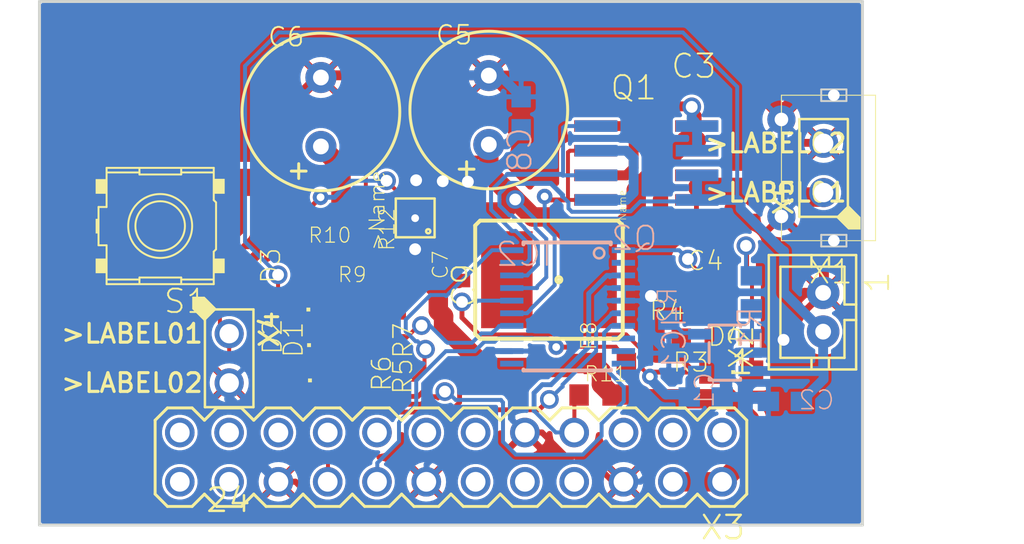
<source format=kicad_pcb>
(kicad_pcb (version 20171130) (host pcbnew 5.0.2-bee76a0~70~ubuntu18.04.1)
  (layers (0 Top signal) (31 Bottom signal) (34 B.Paste user) (35 F.Paste user) (36 B.SilkS user) (37 F.SilkS user) (38 B.Mask user) (39 F.Mask user) (44 Edge.Cuts user))
  (net 0 "")
  (net 1 GND)
  (net 2 VCC)
  (net 3 "Net-(C4-Pad2)")
  (net 4 "Net-(D1-PadC)")
  (net 5 "Net-(IC2-Pad14)")
  (net 6 "Net-(D2-PadC)")
  (net 7 "Net-(IC2-Pad20)")
  (net 8 "Net-(IC2-Pad2)")
  (net 9 "Net-(IC2-Pad7)")
  (net 10 "Net-(IC2-Pad8)")
  (net 11 "Net-(IC2-Pad9)")
  (net 12 "Net-(IC2-Pad10)")
  (net 13 "Net-(IC2-Pad3)")
  (net 14 "Net-(IC2-Pad6)")
  (net 15 "Net-(IC2-Pad19)")
  (net 16 "Net-(IC2-Pad13)")
  (net 17 "Net-(IC2-Pad11)")
  (net 18 "Net-(IC2-Pad15)")
  (net 19 "Net-(D3-PadC)")
  (net 20 "Net-(D4-PadC)")
  (net 21 "Net-(IC1-Pad1)")
  (net 22 "Net-(IC1-Pad5)")
  (net 23 "Net-(IC3-PadP$5)")
  (net 24 "Net-(Q1-Pad1)")
  (net 25 "Net-(Q2-Pad1)")
  (net 26 "Net-(X3-Pad24)")
  (net 27 "Net-(X3-Pad22)")
  (net 28 "Net-(X3-Pad23)")
  (net 29 "Net-(X3-Pad21)")
  (net 30 "Net-(X3-Pad19)")
  (net 31 "Net-(X3-Pad17)")
  (net 32 "Net-(X3-Pad15)")
  (net 33 "Net-(X3-Pad13)")
  (net 34 "Net-(X3-Pad12)")
  (net 35 "Net-(X3-Pad10)")
  (net 36 "Net-(X3-Pad8)")
  (net 37 "Net-(X3-Pad11)")
  (net 38 "Net-(X3-Pad5)")
  (net 39 "Net-(X3-Pad3)")
  (net 40 "Net-(X3-Pad1)")
  (net 41 "Net-(X1-Pad2)")
  (net 42 "Net-(X1-Pad3)")
  (net 43 "Net-(X1-Pad4)")
  (net 44 "Net-(IC3-PadP$7)")
  (net 45 /VBAT)
  (net 46 /VUSB)
  (net 47 /VOUT)
  (net 48 /VSW)
  (module safe_pi_shutdown:47589-0001 (layer Top) (at 168.2265 100.0886 180)
    (fp_text reference X1 (at -1.05 -4.65) (layer F.SilkS) (effects (font (size 1.2065 1.2065) (thickness 0.09652)) (justify right top)))
    (fp_text value MICRO-USB-RECEPTACLE47589-0001)
    (fp_line (start 0.65 4.05) (end 0.65 3.45) (layer Edge.Cuts) (width 0.1))
    (fp_line (start -0.65 4.05) (end 0.65 4.05) (layer Edge.Cuts) (width 0.1))
    (fp_line (start -0.65 3.45) (end -0.65 4.05) (layer Edge.Cuts) (width 0.1))
    (fp_line (start 0.65 3.45) (end -0.65 3.45) (layer Edge.Cuts) (width 0.1))
    (fp_line (start 0.65 -3.45) (end -0.65 -3.45) (layer Edge.Cuts) (width 0.1))
    (fp_line (start 0.65 -4.05) (end 0.65 -3.45) (layer Edge.Cuts) (width 0.1))
    (fp_line (start -0.65 -4.05) (end 0.65 -4.05) (layer Edge.Cuts) (width 0.1))
    (fp_line (start -0.65 -3.45) (end -0.65 -4.05) (layer Edge.Cuts) (width 0.1))
    (pad 1 smd rect (at 2.7 -1.3 180) (size 1.35 0.4) (layers Top F.Paste F.Mask) (net 46 /VUSB))
    (pad 2 smd rect (at 2.7 -0.65 180) (size 1.35 0.4) (layers Top F.Paste F.Mask) (net 41 "Net-(X1-Pad2)"))
    (pad 3 smd rect (at 2.7 0 180) (size 1.35 0.4) (layers Top F.Paste F.Mask) (net 42 "Net-(X1-Pad3)"))
    (pad 4 smd rect (at 2.7 0.65 180) (size 1.35 0.4) (layers Top F.Paste F.Mask) (net 43 "Net-(X1-Pad4)"))
    (pad 5 smd rect (at 2.7 1.3 180) (size 1.35 0.4) (layers Top F.Paste F.Mask) (net 1 GND))
    (pad CASING4 thru_hole circle (at 2.7 2.5 180) (size 1.45 1.45) (drill 0.7) (layers *.Cu *.Mask) (net 1 GND))
    (pad CASING3 thru_hole circle (at 2.7 -2.5 180) (size 1.45 1.45) (drill 0.7) (layers *.Cu *.Mask) (net 1 GND))
    (pad CASING1 thru_hole oval (at 0 -3.75 180) (size 1.9 0.95) (drill 0.6) (layers *.Cu *.Mask) (net 1 GND))
    (pad CASING2 thru_hole oval (at 0 3.75 180) (size 1.9 0.95) (drill 0.6) (layers *.Cu *.Mask) (net 1 GND))
  )
  (module safe_pi_shutdown:MA12-2 (layer Top) (at 148.5011 115.0036 180)
    (fp_text reference X3 (at -15.24 -2.921) (layer F.SilkS) (effects (font (size 1.2065 1.2065) (thickness 0.12065)) (justify right top)))
    (fp_text value MA12-2)
    (fp_text user 24 (at 12.7 -2.921 180) (layer F.SilkS) (effects (font (size 1.2065 1.2065) (thickness 0.127)) (justify left bottom)))
    (fp_text user 1 (at -14.351 4.191 180) (layer F.SilkS) (effects (font (size 1.2065 1.2065) (thickness 0.127)) (justify left bottom)))
    (pad 24 thru_hole circle (at 13.97 -1.27 180) (size 1.524 1.524) (drill 1.016) (layers *.Cu *.Mask) (net 26 "Net-(X3-Pad24)"))
    (pad 22 thru_hole circle (at 11.43 -1.27 180) (size 1.524 1.524) (drill 1.016) (layers *.Cu *.Mask) (net 27 "Net-(X3-Pad22)"))
    (pad 20 thru_hole circle (at 8.89 -1.27 180) (size 1.524 1.524) (drill 1.016) (layers *.Cu *.Mask) (net 1 GND))
    (pad 18 thru_hole circle (at 6.35 -1.27 180) (size 1.524 1.524) (drill 1.016) (layers *.Cu *.Mask) (net 14 "Net-(IC2-Pad6)"))
    (pad 16 thru_hole circle (at 3.81 -1.27 180) (size 1.524 1.524) (drill 1.016) (layers *.Cu *.Mask) (net 16 "Net-(IC2-Pad13)"))
    (pad 14 thru_hole circle (at 1.27 -1.27 180) (size 1.524 1.524) (drill 1.016) (layers *.Cu *.Mask) (net 1 GND))
    (pad 23 thru_hole circle (at 13.97 1.27 180) (size 1.524 1.524) (drill 1.016) (layers *.Cu *.Mask) (net 28 "Net-(X3-Pad23)"))
    (pad 21 thru_hole circle (at 11.43 1.27 180) (size 1.524 1.524) (drill 1.016) (layers *.Cu *.Mask) (net 29 "Net-(X3-Pad21)"))
    (pad 19 thru_hole circle (at 8.89 1.27 180) (size 1.524 1.524) (drill 1.016) (layers *.Cu *.Mask) (net 30 "Net-(X3-Pad19)"))
    (pad 17 thru_hole circle (at 6.35 1.27 180) (size 1.524 1.524) (drill 1.016) (layers *.Cu *.Mask) (net 31 "Net-(X3-Pad17)"))
    (pad 15 thru_hole circle (at 3.81 1.27 180) (size 1.524 1.524) (drill 1.016) (layers *.Cu *.Mask) (net 32 "Net-(X3-Pad15)"))
    (pad 13 thru_hole circle (at 1.27 1.27 180) (size 1.524 1.524) (drill 1.016) (layers *.Cu *.Mask) (net 33 "Net-(X3-Pad13)"))
    (pad 12 thru_hole circle (at -1.27 -1.27 180) (size 1.524 1.524) (drill 1.016) (layers *.Cu *.Mask) (net 34 "Net-(X3-Pad12)"))
    (pad 10 thru_hole circle (at -3.81 -1.27 180) (size 1.524 1.524) (drill 1.016) (layers *.Cu *.Mask) (net 35 "Net-(X3-Pad10)"))
    (pad 8 thru_hole circle (at -6.35 -1.27 180) (size 1.524 1.524) (drill 1.016) (layers *.Cu *.Mask) (net 36 "Net-(X3-Pad8)"))
    (pad 6 thru_hole circle (at -8.89 -1.27 180) (size 1.524 1.524) (drill 1.016) (layers *.Cu *.Mask) (net 1 GND))
    (pad 4 thru_hole circle (at -11.43 -1.27 180) (size 1.524 1.524) (drill 1.016) (layers *.Cu *.Mask) (net 47 /VOUT))
    (pad 2 thru_hole circle (at -13.97 -1.27 180) (size 1.524 1.524) (drill 1.016) (layers *.Cu *.Mask) (net 47 /VOUT))
    (pad 11 thru_hole circle (at -1.27 1.27 180) (size 1.524 1.524) (drill 1.016) (layers *.Cu *.Mask) (net 37 "Net-(X3-Pad11)"))
    (pad 9 thru_hole circle (at -3.81 1.27 180) (size 1.524 1.524) (drill 1.016) (layers *.Cu *.Mask) (net 1 GND))
    (pad 7 thru_hole circle (at -6.35 1.27 180) (size 1.524 1.524) (drill 1.016) (layers *.Cu *.Mask) (net 13 "Net-(IC2-Pad3)"))
    (pad 5 thru_hole circle (at -8.89 1.27 180) (size 1.524 1.524) (drill 1.016) (layers *.Cu *.Mask) (net 38 "Net-(X3-Pad5)"))
    (pad 3 thru_hole circle (at -11.43 1.27 180) (size 1.524 1.524) (drill 1.016) (layers *.Cu *.Mask) (net 39 "Net-(X3-Pad3)"))
    (pad 1 thru_hole circle (at -13.97 1.27 180) (size 1.524 1.524) (drill 1.016) (layers *.Cu *.Mask) (net 40 "Net-(X3-Pad1)"))
  )
  (module safe_pi_shutdown:R0603 (layer Top) (at 161.2161 108.9151 180)
    (fp_text reference R3 (at -0.635 -0.635) (layer F.SilkS) (effects (font (size 0.9652 0.9652) (thickness 0.077216)) (justify right top)))
    (fp_text value 820k)
    (pad 2 smd rect (at 0.85 0 180) (size 1 1.1) (layers Top F.Paste F.Mask) (net 46 /VUSB))
    (pad 1 smd rect (at -0.85 0 180) (size 1 1.1) (layers Top F.Paste F.Mask) (net 3 "Net-(C4-Pad2)"))
  )
  (module safe_pi_shutdown:R0603 (layer Top) (at 161.2796 107.5181)
    (fp_text reference R4 (at -0.635 -0.635) (layer F.SilkS) (effects (font (size 0.9652 0.9652) (thickness 0.077216)) (justify right top)))
    (fp_text value 100k)
    (pad 2 smd rect (at 0.85 0) (size 1 1.1) (layers Top F.Paste F.Mask) (net 3 "Net-(C4-Pad2)"))
    (pad 1 smd rect (at -0.85 0) (size 1 1.1) (layers Top F.Paste F.Mask) (net 1 GND))
  )
  (module safe_pi_shutdown:C0402 (layer Top) (at 159.1352 96.1793 270)
    (fp_text reference C3 (at -0.635 -0.635) (layer F.SilkS) (effects (font (size 1.2065 1.2065) (thickness 0.09652)) (justify left bottom)))
    (fp_text value 100n)
    (pad 2 smd rect (at 0.65 0 270) (size 0.7 0.9) (layers Top F.Paste F.Mask) (net 2 VCC))
    (pad 1 smd rect (at -0.65 0 270) (size 0.7 0.9) (layers Top F.Paste F.Mask) (net 1 GND))
  )
  (module safe_pi_shutdown:R0603 (layer Top) (at 144.82235 109.20835 180)
    (fp_text reference R5 (at -0.635 -0.635 90) (layer F.SilkS) (effects (font (size 0.9652 0.9652) (thickness 0.077216)) (justify right top)))
    (fp_text value 1k)
    (pad 2 smd rect (at 0.85 0 180) (size 1 1.1) (layers Top F.Paste F.Mask) (net 4 "Net-(D1-PadC)"))
    (pad 1 smd rect (at -0.85 0 180) (size 1 1.1) (layers Top F.Paste F.Mask) (net 5 "Net-(IC2-Pad14)"))
  )
  (module safe_pi_shutdown:CHIPLED_0805 (layer Top) (at 141.08985 109.22535 270)
    (fp_text reference D1 (at -1.27 1.27 90) (layer F.SilkS) (effects (font (size 0.9652 0.9652) (thickness 0.077216)) (justify right top)))
    (fp_text value LEDCHIPLED_0805)
    (pad A smd rect (at 0 1.05 270) (size 1.2 1.2) (layers Top F.Paste F.Mask) (net 45 /VBAT))
    (pad C smd rect (at 0 -1.05 270) (size 1.2 1.2) (layers Top F.Paste F.Mask) (net 4 "Net-(D1-PadC)"))
  )
  (module safe_pi_shutdown:CHIPLED_0805 (layer Top) (at 141.13735 111.0446 270)
    (fp_text reference D2 (at -1.27 1.27 90) (layer F.SilkS) (effects (font (size 0.9652 0.9652) (thickness 0.077216)) (justify left bottom)))
    (fp_text value LEDCHIPLED_0805)
    (pad A smd rect (at 0 1.05 270) (size 1.2 1.2) (layers Top F.Paste F.Mask) (net 45 /VBAT))
    (pad C smd rect (at 0 -1.05 270) (size 1.2 1.2) (layers Top F.Paste F.Mask) (net 6 "Net-(D2-PadC)"))
  )
  (module safe_pi_shutdown:R0603 (layer Top) (at 144.8586 111.04385 180)
    (fp_text reference R6 (at -0.635 -0.635 90) (layer F.SilkS) (effects (font (size 0.9652 0.9652) (thickness 0.077216)) (justify left bottom)))
    (fp_text value 1k)
    (pad 2 smd rect (at 0.85 0 180) (size 1 1.1) (layers Top F.Paste F.Mask) (net 6 "Net-(D2-PadC)"))
    (pad 1 smd rect (at -0.85 0 180) (size 1 1.1) (layers Top F.Paste F.Mask) (net 7 "Net-(IC2-Pad20)"))
  )
  (module safe_pi_shutdown:SSOP20 (layer Bottom) (at 154.4851 107.23235 270)
    (fp_text reference IC2 (at -3.4 3.75 180) (layer B.SilkS) (effects (font (size 1.2065 1.2065) (thickness 0.09652)) (justify right top mirror)))
    (fp_text value LTC2952CF)
    (pad 1 smd rect (at -2.9 -2.9 180) (size 1.2 0.3) (layers Bottom B.Paste B.Mask) (net 3 "Net-(C4-Pad2)"))
    (pad 2 smd rect (at -2.25 -2.9 180) (size 1.2 0.3) (layers Bottom B.Paste B.Mask) (net 8 "Net-(IC2-Pad2)"))
    (pad 7 smd rect (at 1 -2.9 180) (size 1.2 0.3) (layers Bottom B.Paste B.Mask) (net 9 "Net-(IC2-Pad7)"))
    (pad 8 smd rect (at 1.65 -2.9 180) (size 1.2 0.3) (layers Bottom B.Paste B.Mask) (net 10 "Net-(IC2-Pad8)"))
    (pad 9 smd rect (at 2.3 -2.9 180) (size 1.2 0.3) (layers Bottom B.Paste B.Mask) (net 11 "Net-(IC2-Pad9)"))
    (pad 10 smd rect (at 2.95 -2.9 180) (size 1.2 0.3) (layers Bottom B.Paste B.Mask) (net 12 "Net-(IC2-Pad10)"))
    (pad 3 smd rect (at -1.6 -2.9 180) (size 1.2 0.3) (layers Bottom B.Paste B.Mask) (net 13 "Net-(IC2-Pad3)"))
    (pad 4 smd rect (at -0.95 -2.9 180) (size 1.2 0.3) (layers Bottom B.Paste B.Mask) (net 1 GND))
    (pad 5 smd rect (at -0.3 -2.9 180) (size 1.2 0.3) (layers Bottom B.Paste B.Mask) (net 1 GND))
    (pad 6 smd rect (at 0.35 -2.9 180) (size 1.2 0.3) (layers Bottom B.Paste B.Mask) (net 14 "Net-(IC2-Pad6)"))
    (pad 20 smd rect (at -2.9 2.85 180) (size 1.2 0.3) (layers Bottom B.Paste B.Mask) (net 7 "Net-(IC2-Pad20)"))
    (pad 19 smd rect (at -2.25 2.85 180) (size 1.2 0.3) (layers Bottom B.Paste B.Mask) (net 15 "Net-(IC2-Pad19)"))
    (pad 14 smd rect (at 1 2.85 180) (size 1.2 0.3) (layers Bottom B.Paste B.Mask) (net 5 "Net-(IC2-Pad14)"))
    (pad 13 smd rect (at 1.65 2.85 180) (size 1.2 0.3) (layers Bottom B.Paste B.Mask) (net 16 "Net-(IC2-Pad13)"))
    (pad 12 smd rect (at 2.3 2.85 180) (size 1.2 0.3) (layers Bottom B.Paste B.Mask) (net 1 GND))
    (pad 11 smd rect (at 2.95 2.85 180) (size 1.2 0.3) (layers Bottom B.Paste B.Mask) (net 17 "Net-(IC2-Pad11)"))
    (pad 18 smd rect (at -1.6 2.85 180) (size 1.2 0.3) (layers Bottom B.Paste B.Mask) (net 45 /VBAT))
    (pad 17 smd rect (at -0.95 2.85 180) (size 1.2 0.3) (layers Bottom B.Paste B.Mask) (net 2 VCC))
    (pad 16 smd rect (at -0.3 2.85 180) (size 1.2 0.3) (layers Bottom B.Paste B.Mask) (net 46 /VUSB))
    (pad 15 smd rect (at 0.35 2.85 180) (size 1.2 0.3) (layers Bottom B.Paste B.Mask) (net 18 "Net-(IC2-Pad15)"))
  )
  (module safe_pi_shutdown:R0603 (layer Top) (at 144.8331 107.35935 180)
    (fp_text reference R7 (at -0.635 -0.635 90) (layer F.SilkS) (effects (font (size 0.9652 0.9652) (thickness 0.077216)) (justify right top)))
    (fp_text value 1k)
    (pad 2 smd rect (at 0.85 0 180) (size 1 1.1) (layers Top F.Paste F.Mask) (net 19 "Net-(D3-PadC)"))
    (pad 1 smd rect (at -0.85 0 180) (size 1 1.1) (layers Top F.Paste F.Mask) (net 14 "Net-(IC2-Pad6)"))
  )
  (module safe_pi_shutdown:CHIPLED_0805 (layer Top) (at 141.05485 107.3911 270)
    (fp_text reference D3 (at -1.27 1.27 90) (layer F.SilkS) (effects (font (size 0.9652 0.9652) (thickness 0.077216)) (justify left bottom)))
    (fp_text value LEDCHIPLED_0805)
    (pad A smd rect (at 0 1.05 270) (size 1.2 1.2) (layers Top F.Paste F.Mask) (net 45 /VBAT))
    (pad C smd rect (at 0 -1.05 270) (size 1.2 1.2) (layers Top F.Paste F.Mask) (net 19 "Net-(D3-PadC)"))
  )
  (module safe_pi_shutdown:CHIPLED_0805 (layer Top) (at 162.941 110.617 270)
    (fp_text reference D4 (at -1.27 1.27) (layer F.SilkS) (effects (font (size 0.9652 0.9652) (thickness 0.077216)) (justify left bottom)))
    (fp_text value LEDCHIPLED_0805)
    (pad A smd rect (at 0 1.05 270) (size 1.2 1.2) (layers Top F.Paste F.Mask) (net 46 /VUSB))
    (pad C smd rect (at 0 -1.05 270) (size 1.2 1.2) (layers Top F.Paste F.Mask) (net 20 "Net-(D4-PadC)"))
  )
  (module safe_pi_shutdown:R0603 (layer Bottom) (at 163.97835 106.5021 90)
    (fp_text reference R1 (at -0.635 0.635 90) (layer B.SilkS) (effects (font (size 1.2065 1.2065) (thickness 0.09652)) (justify left bottom mirror)))
    (fp_text value 1k)
    (pad 2 smd rect (at 0.85 0 90) (size 1 1.1) (layers Bottom B.Paste B.Mask) (net 20 "Net-(D4-PadC)"))
    (pad 1 smd rect (at -0.85 0 90) (size 1 1.1) (layers Bottom B.Paste B.Mask) (net 21 "Net-(IC1-Pad1)"))
  )
  (module safe_pi_shutdown:C0603 (layer Bottom) (at 161.62885 111.8996)
    (fp_text reference C1 (at -0.635 0.635 -90) (layer B.SilkS) (effects (font (size 0.9652 0.9652) (thickness 0.077216)) (justify right top mirror)))
    (fp_text value 10u)
    (pad 2 smd rect (at 0.85 0) (size 1.1 1) (layers Bottom B.Paste B.Mask) (net 1 GND))
    (pad 1 smd rect (at -0.85 0) (size 1.1 1) (layers Bottom B.Paste B.Mask) (net 46 /VUSB))
  )
  (module safe_pi_shutdown:C0603 (layer Bottom) (at 165.70555 112.1282 180)
    (fp_text reference C2 (at -0.635 0.635) (layer B.SilkS) (effects (font (size 0.9652 0.9652) (thickness 0.077216)) (justify right top mirror)))
    (fp_text value 10u)
    (pad 2 smd rect (at 0.85 0 180) (size 1.1 1) (layers Bottom B.Paste B.Mask) (net 1 GND))
    (pad 1 smd rect (at -0.85 0 180) (size 1.1 1) (layers Bottom B.Paste B.Mask) (net 45 /VBAT))
  )
  (module safe_pi_shutdown:R0603 (layer Bottom) (at 159.72385 108.7881 270)
    (fp_text reference R2 (at -0.635 0.635 90) (layer B.SilkS) (effects (font (size 0.9652 0.9652) (thickness 0.077216)) (justify right top mirror)))
    (fp_text value 10k)
    (pad 2 smd rect (at 0.85 0 270) (size 1 1.1) (layers Bottom B.Paste B.Mask) (net 1 GND))
    (pad 1 smd rect (at -0.85 0 270) (size 1 1.1) (layers Bottom B.Paste B.Mask) (net 22 "Net-(IC1-Pad5)"))
  )
  (module safe_pi_shutdown:JST-PH2 (layer Top) (at 167.6757 107.5308 90)
    (fp_text reference X2 (at -3 -3.5001 90) (layer F.SilkS) (effects (font (size 1.2065 1.2065) (thickness 0.09652)) (justify left bottom)))
    (fp_text value JST-PH2 hide)
    (fp_text user 1 (at 0.9001 3.4999 90) (layer F.SilkS) (effects (font (size 1.2065 1.2065) (thickness 0.1016)) (justify left bottom)))
    (pad 1 thru_hole circle (at 1 0 90) (size 1.6764 1.6764) (drill 0.8128) (layers *.Cu *.Mask) (net 1 GND))
    (pad 2 thru_hole circle (at -1 0 90) (size 1.6764 1.6764) (drill 0.8128) (layers *.Cu *.Mask) (net 45 /VBAT))
  )
  (module safe_pi_shutdown:R0603 (layer Top) (at 141.986 105.41 180)
    (fp_text reference R9 (at -0.635 -0.635) (layer F.SilkS) (effects (font (size 0.77216 0.77216) (thickness 0.061772)) (justify left bottom)))
    (fp_text value 910k)
    (pad 2 smd rect (at 0.85 0 180) (size 1 1.1) (layers Top F.Paste F.Mask) (net 23 "Net-(IC3-PadP$5)"))
    (pad 1 smd rect (at -0.85 0 180) (size 1 1.1) (layers Top F.Paste F.Mask) (net 47 /VOUT))
  )
  (module safe_pi_shutdown:R0603 (layer Top) (at 140.462 103.378 180)
    (fp_text reference R10 (at -0.635 -0.635) (layer F.SilkS) (effects (font (size 0.77216 0.77216) (thickness 0.061772)) (justify left bottom)))
    (fp_text value 120k)
    (pad 2 smd rect (at 0.85 0 180) (size 1 1.1) (layers Top F.Paste F.Mask) (net 1 GND))
    (pad 1 smd rect (at -0.85 0 180) (size 1 1.1) (layers Top F.Paste F.Mask) (net 23 "Net-(IC3-PadP$5)"))
  )
  (module safe_pi_shutdown:SO8 (layer Top) (at 158.5491 99.8346 270)
    (fp_text reference Q1 (at -3.175 1.905) (layer F.SilkS) (effects (font (size 1.2065 1.2065) (thickness 0.09652)) (justify left bottom)))
    (fp_text value IRF7342)
    (pad 5 smd rect (at 1.905 -2.6 270) (size 0.6 2.2) (layers Top F.Paste F.Mask) (net 46 /VUSB))
    (pad 6 smd rect (at 0.635 -2.6 270) (size 0.6 2.2) (layers Top F.Paste F.Mask) (net 46 /VUSB))
    (pad 8 smd rect (at -1.905 -2.6 270) (size 0.6 2.2) (layers Top F.Paste F.Mask) (net 2 VCC))
    (pad 4 smd rect (at 1.905 2.6 270) (size 0.6 2.2) (layers Top F.Paste F.Mask) (net 18 "Net-(IC2-Pad15)"))
    (pad 3 smd rect (at 0.635 2.6 270) (size 0.6 2.2) (layers Top F.Paste F.Mask) (net 24 "Net-(Q1-Pad1)"))
    (pad 1 smd rect (at -1.905 2.6 270) (size 0.6 2.2) (layers Top F.Paste F.Mask) (net 24 "Net-(Q1-Pad1)"))
    (pad 7 smd rect (at -0.635 -2.6 270) (size 0.6 2.2) (layers Top F.Paste F.Mask) (net 2 VCC))
    (pad 2 smd rect (at -0.635 2.6 270) (size 0.6 2.2) (layers Top F.Paste F.Mask) (net 18 "Net-(IC2-Pad15)"))
  )
  (module safe_pi_shutdown:SO8 (layer Bottom) (at 158.58085 99.8346 90)
    (fp_text reference Q2 (at -3.175 -1.905 180) (layer B.SilkS) (effects (font (size 1.2065 1.2065) (thickness 0.09652)) (justify right top mirror)))
    (fp_text value IRF7342)
    (pad 5 smd rect (at 1.905 2.6 90) (size 0.6 2.2) (layers Bottom B.Paste B.Mask) (net 2 VCC))
    (pad 6 smd rect (at 0.635 2.6 90) (size 0.6 2.2) (layers Bottom B.Paste B.Mask) (net 2 VCC))
    (pad 8 smd rect (at -1.905 2.6 90) (size 0.6 2.2) (layers Bottom B.Paste B.Mask) (net 45 /VBAT))
    (pad 4 smd rect (at 1.905 -2.6 90) (size 0.6 2.2) (layers Bottom B.Paste B.Mask) (net 15 "Net-(IC2-Pad19)"))
    (pad 3 smd rect (at 0.635 -2.6 90) (size 0.6 2.2) (layers Bottom B.Paste B.Mask) (net 25 "Net-(Q2-Pad1)"))
    (pad 1 smd rect (at -1.905 -2.6 90) (size 0.6 2.2) (layers Bottom B.Paste B.Mask) (net 25 "Net-(Q2-Pad1)"))
    (pad 7 smd rect (at -0.635 2.6 90) (size 0.6 2.2) (layers Bottom B.Paste B.Mask) (net 45 /VBAT))
    (pad 2 smd rect (at -0.635 -2.6 90) (size 0.6 2.2) (layers Bottom B.Paste B.Mask) (net 15 "Net-(IC2-Pad19)"))
  )
  (module safe_pi_shutdown:SKHMPXE010 (layer Top) (at 133.52025 103.0827 180)
    (fp_text reference S1 (at -2.54 -3.175) (layer F.SilkS) (effects (font (size 1.2065 1.2065) (thickness 0.09652)) (justify right top)))
    (fp_text value SKHMPE010)
    (pad 1 smd rect (at -4.2 -2.25 180) (size 1.6 1.4) (layers Top F.Paste F.Mask) (net 1 GND))
    (pad 2 smd rect (at 4.2 -2.25 180) (size 1.6 1.4) (layers Top F.Paste F.Mask) (net 1 GND))
    (pad 5 smd rect (at 4.2 0 180) (size 1.6 1.4) (layers Top F.Paste F.Mask) (net 1 GND))
    (pad 4 smd rect (at 4.2 2.25 180) (size 1.6 1.4) (layers Top F.Paste F.Mask) (net 9 "Net-(IC2-Pad7)"))
    (pad 3 smd rect (at -4.2 2.25 180) (size 1.6 1.4) (layers Top F.Paste F.Mask) (net 9 "Net-(IC2-Pad7)"))
  )
  (module safe_pi_shutdown:C0402 (layer Top) (at 161.2511 106.0786)
    (fp_text reference C4 (at -0.635 -0.635) (layer F.SilkS) (effects (font (size 0.9652 0.9652) (thickness 0.077216)) (justify left bottom)))
    (fp_text value 100n)
    (pad 2 smd rect (at 0.65 0) (size 0.7 0.9) (layers Top F.Paste F.Mask) (net 3 "Net-(C4-Pad2)"))
    (pad 1 smd rect (at -0.65 0) (size 0.7 0.9) (layers Top F.Paste F.Mask) (net 1 GND))
  )
  (module safe_pi_shutdown:R0603 (layer Top) (at 156.6887 110.1738)
    (fp_text reference R8 (at -0.635 -0.635 90) (layer F.SilkS) (effects (font (size 0.77216 0.77216) (thickness 0.061772)) (justify left bottom)))
    (fp_text value 10k)
    (pad 2 smd rect (at 0.85 0) (size 1 1.1) (layers Top F.Paste F.Mask) (net 16 "Net-(IC2-Pad13)"))
    (pad 1 smd rect (at -0.85 0) (size 1 1.1) (layers Top F.Paste F.Mask) (net 47 /VOUT))
  )
  (module safe_pi_shutdown:SOT23-5L (layer Bottom) (at 162.6131 109.6136 270)
    (fp_text reference IC1 (at -1.905 1.905 90) (layer B.SilkS) (effects (font (size 1.2065 1.2065) (thickness 0.09652)) (justify left bottom mirror)))
    (fp_text value MCP73831)
    (pad 5 smd rect (at -0.95 1.3 270) (size 0.55 1.2) (layers Bottom B.Paste B.Mask) (net 22 "Net-(IC1-Pad5)"))
    (pad 4 smd rect (at 0.95 1.3 270) (size 0.55 1.2) (layers Bottom B.Paste B.Mask) (net 46 /VUSB))
    (pad 3 smd rect (at 0.95 -1.3 270) (size 0.5334 1.2) (layers Bottom B.Paste B.Mask) (net 45 /VBAT))
    (pad 2 smd rect (at 0 -1.3 270) (size 0.5334 1.2) (layers Bottom B.Paste B.Mask) (net 1 GND))
    (pad 1 smd rect (at -0.95 -1.3 270) (size 0.5334 1.2) (layers Bottom B.Paste B.Mask) (net 21 "Net-(IC1-Pad1)"))
  )
  (module safe_pi_shutdown:PTH_2.54MM_01X02 (layer Top) (at 167.7011 100.0886 90)
    (fp_text reference X5 (at -2.52 -1.5 90) (layer F.SilkS) (effects (font (size 0.9652 0.9652) (thickness 0.154432)) (justify left bottom)))
    (fp_text value MF-CON-2.54mm-01x02 hide)
    (fp_text user >LABEL01 (at -1.27 1.27 180) (layer F.SilkS) (effects (font (size 0.9652 0.9652) (thickness 0.16256)) (justify right)))
    (fp_text user >LABEL02 (at 1.27 1.27 180) (layer F.SilkS) (effects (font (size 0.9652 0.9652) (thickness 0.16256)) (justify right)))
    (pad P$2 thru_hole circle (at 1.27 0 90) (size 1.5 1.5) (drill 1) (layers *.Cu *.Mask) (net 1 GND))
    (pad P$1 thru_hole circle (at -1.27 0 90) (size 1.5 1.5) (drill 1) (layers *.Cu *.Mask) (net 46 /VUSB))
  )
  (module safe_pi_shutdown:PTH_2.54MM_01X02 (layer Top) (at 137.0761 109.9036 270)
    (fp_text reference X4 (at -2.52 -1.5 90) (layer F.SilkS) (effects (font (size 0.9652 0.9652) (thickness 0.154432)) (justify right top)))
    (fp_text value MF-CON-2.54mm-01x02 hide)
    (fp_text user >LABEL01 (at -1.27 1.27) (layer F.SilkS) (effects (font (size 0.9652 0.9652) (thickness 0.16256)) (justify right)))
    (fp_text user >LABEL02 (at 1.27 1.27) (layer F.SilkS) (effects (font (size 0.9652 0.9652) (thickness 0.16256)) (justify right)))
    (pad P$2 thru_hole circle (at 1.27 0 270) (size 1.5 1.5) (drill 1) (layers *.Cu *.Mask) (net 1 GND))
    (pad P$1 thru_hole circle (at -1.27 0 270) (size 1.5 1.5) (drill 1) (layers *.Cu *.Mask) (net 9 "Net-(IC2-Pad7)"))
  )
  (module safe_pi_shutdown:R0603 (layer Top) (at 155.9523 111.798)
    (fp_text reference R11 (at -0.635 -0.635) (layer F.SilkS) (effects (font (size 0.77216 0.77216) (thickness 0.061772)) (justify left bottom)))
    (fp_text value 10k)
    (pad 2 smd rect (at 0.85 0) (size 1 1.1) (layers Top F.Paste F.Mask) (net 47 /VOUT))
    (pad 1 smd rect (at -0.85 0) (size 1 1.1) (layers Top F.Paste F.Mask) (net 13 "Net-(IC2-Pad3)"))
  )
  (module safe_pi_shutdown:MIC2876 (layer Top) (at 146.6589 102.664 90)
    (fp_text reference IC3 hide)
    (fp_text value MIC2876 hide)
    (fp_text user >Name (at -1.74 -1.51 90) (layer F.SilkS) (effects (font (size 0.77216 0.77216) (thickness 0.065024)) (justify left bottom)))
    (pad P$9 smd rect (at 0 0 90) (size 1.2 0.6) (layers Top F.Paste F.Mask))
    (pad P$1 smd rect (at -0.75 1 270) (size 0.25 0.55) (layers Top F.Paste F.Mask) (net 48 /VSW))
    (pad P$2 smd rect (at -0.25 1 270) (size 0.25 0.55) (layers Top F.Paste F.Mask) (net 1 GND))
    (pad P$3 smd rect (at 0.25 1 270) (size 0.25 0.55) (layers Top F.Paste F.Mask) (net 2 VCC))
    (pad P$4 smd rect (at 0.75 1 270) (size 0.25 0.55) (layers Top F.Paste F.Mask) (net 1 GND))
    (pad P$5 smd rect (at 0.75 -1 270) (size 0.25 0.55) (layers Top F.Paste F.Mask) (net 23 "Net-(IC3-PadP$5)"))
    (pad P$6 smd rect (at 0.25 -1 270) (size 0.25 0.55) (layers Top F.Paste F.Mask) (net 2 VCC))
    (pad P$7 smd rect (at -0.25 -1 270) (size 0.25 0.55) (layers Top F.Paste F.Mask) (net 44 "Net-(IC3-PadP$7)"))
    (pad P$8 smd rect (at -0.75 -1 270) (size 0.25 0.55) (layers Top F.Paste F.Mask) (net 47 /VOUT))
  )
  (module safe_pi_shutdown:R0603 (layer Top) (at 144.1159 102.7302 270)
    (fp_text reference R12 (at -0.635 -0.635 90) (layer F.SilkS) (effects (font (size 0.77216 0.77216) (thickness 0.061772)) (justify right top)))
    (fp_text value 910k)
    (pad 2 smd rect (at 0.85 0 270) (size 1 1.1) (layers Top F.Paste F.Mask) (net 44 "Net-(IC3-PadP$7)"))
    (pad 1 smd rect (at -0.85 0 270) (size 1 1.1) (layers Top F.Paste F.Mask) (net 2 VCC))
  )
  (module safe_pi_shutdown:CR54-KIT (layer Top) (at 153.5511 105.8536 270)
    (fp_text reference L1 hide)
    (fp_text value 1u hide)
    (fp_text user >Name (at -2.54 -4.01 270) (layer F.SilkS) (effects (font (size 0.38608 0.38608) (thickness 0.032512)) (justify left bottom)))
    (pad P$2 smd rect (at 0 2.17 270) (size 5 2.65) (layers Top F.Paste F.Mask) (net 48 /VSW))
    (pad P$1 smd rect (at 0 -2.17 270) (size 5 2.65) (layers Top F.Paste F.Mask) (net 2 VCC))
  )
  (module safe_pi_shutdown:E3,5-8 (layer Top) (at 150.4511 97.1036 90)
    (fp_text reference C5 (at 3.302 -2.794) (layer F.SilkS) (effects (font (size 0.9652 0.9652) (thickness 0.09652)) (justify left bottom)))
    (fp_text value 220u)
    (pad + thru_hole circle (at -1.778 0 90) (size 1.6002 1.6002) (drill 0.8128) (layers *.Cu *.Mask) (net 2 VCC))
    (pad - thru_hole circle (at 1.778 0 90) (size 1.6002 1.6002) (drill 0.8128) (layers *.Cu *.Mask) (net 1 GND))
  )
  (module safe_pi_shutdown:E3,5-8 (layer Top) (at 141.8011 97.2036 90)
    (fp_text reference C6 (at 3.302 -2.794) (layer F.SilkS) (effects (font (size 0.9652 0.9652) (thickness 0.09652)) (justify left bottom)))
    (fp_text value 220u)
    (pad + thru_hole circle (at -1.778 0 90) (size 1.6002 1.6002) (drill 0.8128) (layers *.Cu *.Mask) (net 47 /VOUT))
    (pad - thru_hole circle (at 1.778 0 90) (size 1.6002 1.6002) (drill 0.8128) (layers *.Cu *.Mask) (net 1 GND))
  )
  (module safe_pi_shutdown:C0402 (layer Top) (at 149.0435 105.2448 90)
    (fp_text reference C7 (at -0.635 -0.635 90) (layer F.SilkS) (effects (font (size 0.77216 0.77216) (thickness 0.061772)) (justify left bottom)))
    (fp_text value 100n)
    (pad 2 smd rect (at 0.65 0 90) (size 0.7 0.9) (layers Top F.Paste F.Mask) (net 1 GND))
    (pad 1 smd rect (at -0.65 0 90) (size 0.7 0.9) (layers Top F.Paste F.Mask) (net 47 /VOUT))
  )
  (module safe_pi_shutdown:C0603 (layer Bottom) (at 152.1169 97.2692 90)
    (fp_text reference C8 (at -0.635 0.635 90) (layer B.SilkS) (effects (font (size 1.2065 1.2065) (thickness 0.1016)) (justify left bottom mirror)))
    (fp_text value 22u)
    (pad 2 smd rect (at 0.85 0 90) (size 1.1 1) (layers Bottom B.Paste B.Mask) (net 1 GND))
    (pad 1 smd rect (at -0.85 0 90) (size 1.1 1) (layers Bottom B.Paste B.Mask) (net 2 VCC))
  )
  (module safe_pi_shutdown:C0603 (layer Top) (at 147.8497 105.5496 270)
    (fp_text reference C9 (at -0.635 -0.635 270) (layer F.SilkS) (effects (font (size 1.2065 1.2065) (thickness 0.1016)) (justify right top)))
    (fp_text value 22u)
    (pad 2 smd rect (at 0.85 0 270) (size 1.1 1) (layers Top F.Paste F.Mask) (net 47 /VOUT))
    (pad 1 smd rect (at -0.85 0 270) (size 1.1 1) (layers Top F.Paste F.Mask) (net 1 GND))
  )
  (gr_line (start 127.3011 118.5036) (end 169.7011 118.5036) (layer Edge.Cuts) (width 0.15))
  (gr_line (start 169.7011 118.5036) (end 169.7011 91.5036) (layer Edge.Cuts) (width 0.15))
  (gr_line (start 169.7011 91.5036) (end 127.3011 91.5036) (layer Edge.Cuts) (width 0.15))
  (gr_line (start 127.3011 91.5036) (end 127.3011 118.5036) (layer Edge.Cuts) (width 0.15))
  (segment (start 157.3851 106.93235) (end 157.3851 106.28235) (width 0.2032) (layer Bottom) (net 1))
  (segment (start 163.2481 109.6136) (end 163.9131 109.6136) (width 0.508) (layer Bottom) (net 1))
  (segment (start 162.7401 110.1216) (end 163.2481 109.6136) (width 0.508) (layer Bottom) (net 1))
  (segment (start 162.7401 111.6456) (end 162.7401 110.1216) (width 0.508) (layer Bottom) (net 1))
  (segment (start 162.4861 111.8996) (end 162.47885 111.8996) (width 0.508) (layer Bottom) (net 1))
  (segment (start 162.2321 109.6136) (end 159.8191 109.6136) (width 0.508) (layer Bottom) (net 1))
  (segment (start 162.7401 110.1216) (end 162.2321 109.6136) (width 0.508) (layer Bottom) (net 1))
  (segment (start 159.8191 109.6136) (end 159.72385 109.6381) (width 0.508) (layer Bottom) (net 1))
  (segment (start 158.5491 108.4706) (end 158.5491 107.3276) (width 0.508) (layer Bottom) (net 1))
  (segment (start 158.5491 107.3276) (end 158.5491 107.2006) (width 0.508) (layer Bottom) (net 1))
  (segment (start 159.5651 109.4866) (end 158.5491 108.4706) (width 0.508) (layer Bottom) (net 1))
  (segment (start 159.5651 109.4866) (end 159.72385 109.6381) (width 0.508) (layer Bottom) (net 1))
  (segment (start 157.3851 106.93235) (end 158.15385 106.93235) (width 0.2032) (layer Bottom) (net 1))
  (segment (start 158.15385 106.93235) (end 158.5491 107.3276) (width 0.2032) (layer Bottom) (net 1))
  (segment (start 160.6011 106.0786) (end 160.6011 107.3466) (width 0.508) (layer Top) (net 1))
  (segment (start 160.6011 107.3466) (end 160.4296 107.5181) (width 0.508) (layer Top) (net 1))
  (segment (start 162.3591 112.0266) (end 162.3591 112.1536) (width 0.3048) (layer Bottom) (net 1))
  (segment (start 162.3591 112.0266) (end 162.47885 111.8996) (width 0.3048) (layer Bottom) (net 1))
  (segment (start 162.6131 111.7726) (end 162.47885 111.8996) (width 0.508) (layer Bottom) (net 1))
  (segment (start 162.6131 111.7726) (end 162.7401 111.6456) (width 0.508) (layer Bottom) (net 1))
  (segment (start 158.8031 106.9466) (end 158.8031 106.6926) (width 0.508) (layer Bottom) (net 1))
  (segment (start 158.8031 106.9466) (end 158.5491 107.2006) (width 0.508) (layer Bottom) (net 1))
  (segment (start 159.5651 107.4546) (end 160.2001 107.4546) (width 0.508) (layer Top) (net 1))
  (segment (start 158.8031 106.6926) (end 159.5651 107.4546) (width 0.508) (layer Top) (net 1))
  (segment (start 160.2001 107.4546) (end 160.4296 107.5181) (width 0.508) (layer Top) (net 1))
  (via (at 158.8031 106.6926) (size 0.9652) (drill 0.6096) (layers Top Bottom) (net 1))
  (segment (start 151.6351 109.53235) (end 150.40075 109.53235) (width 0.3048) (layer Bottom) (net 1))
  (segment (start 150.40075 109.53235) (end 150.0147 109.9184) (width 0.3048) (layer Bottom) (net 1))
  (segment (start 150.0147 109.9184) (end 150.0147 110.4772) (width 0.3048) (layer Bottom) (net 1))
  (segment (start 147.1953 111.2392) (end 147.1953 112.0012) (width 0.3048) (layer Bottom) (net 1))
  (segment (start 147.8049 110.6296) (end 147.1953 111.2392) (width 0.3048) (layer Bottom) (net 1))
  (segment (start 149.8115 110.6296) (end 147.8049 110.6296) (width 0.3048) (layer Bottom) (net 1))
  (segment (start 149.8877 110.5534) (end 149.8115 110.6296) (width 0.3048) (layer Bottom) (net 1))
  (segment (start 149.8877 110.5534) (end 150.0147 110.4772) (width 0.3048) (layer Bottom) (net 1))
  (segment (start 158.2697 116.2684) (end 157.4061 116.2684) (width 0.3048) (layer Bottom) (net 1))
  (segment (start 159.4381 115.1) (end 158.2697 116.2684) (width 0.3048) (layer Bottom) (net 1))
  (segment (start 160.2255 115.1) (end 159.4381 115.1) (width 0.3048) (layer Bottom) (net 1))
  (segment (start 161.1145 114.211) (end 160.2255 115.1) (width 0.3048) (layer Bottom) (net 1))
  (segment (start 161.1145 113.3982) (end 161.1145 114.211) (width 0.3048) (layer Bottom) (net 1))
  (segment (start 162.2575 112.2552) (end 161.1145 113.3982) (width 0.3048) (layer Bottom) (net 1))
  (segment (start 157.4061 116.2684) (end 157.3911 116.2736) (width 0.3048) (layer Bottom) (net 1))
  (segment (start 162.2575 112.2552) (end 162.47885 111.8996) (width 0.3048) (layer Bottom) (net 1))
  (segment (start 157.4061 116.2684) (end 157.3911 116.2736) (width 0.3048) (layer Top) (net 1))
  (segment (start 153.1897 113.7284) (end 152.3261 113.7284) (width 0.3048) (layer Top) (net 1))
  (segment (start 154.3835 114.9222) (end 153.1897 113.7284) (width 0.3048) (layer Top) (net 1))
  (segment (start 155.4503 114.9222) (end 154.3835 114.9222) (width 0.3048) (layer Top) (net 1))
  (segment (start 152.3261 113.7284) (end 152.3111 113.7336) (width 0.3048) (layer Top) (net 1))
  (segment (start 147.2461 115.3794) (end 147.2461 116.2684) (width 0.3048) (layer Bottom) (net 1))
  (segment (start 148.4145 114.211) (end 147.2461 115.3794) (width 0.3048) (layer Bottom) (net 1))
  (segment (start 148.4145 113.2204) (end 148.4145 114.211) (width 0.3048) (layer Bottom) (net 1))
  (segment (start 147.1953 112.0012) (end 148.4145 113.2204) (width 0.3048) (layer Bottom) (net 1))
  (segment (start 147.2461 116.2684) (end 147.2311 116.2736) (width 0.3048) (layer Bottom) (net 1))
  (segment (start 151.3863 111.6456) (end 150.2179 110.4772) (width 0.3048) (layer Bottom) (net 1))
  (segment (start 151.3863 111.671) (end 151.3863 111.6456) (width 0.3048) (layer Bottom) (net 1))
  (segment (start 151.4371 111.7218) (end 151.3863 111.671) (width 0.3048) (layer Bottom) (net 1))
  (segment (start 151.4371 111.7472) (end 151.4371 111.7218) (width 0.3048) (layer Bottom) (net 1))
  (segment (start 151.5641 111.8742) (end 151.4371 111.7472) (width 0.3048) (layer Bottom) (net 1))
  (segment (start 151.5641 111.8996) (end 151.5641 111.8742) (width 0.3048) (layer Bottom) (net 1))
  (segment (start 151.6657 112.0012) (end 151.5641 111.8996) (width 0.3048) (layer Bottom) (net 1))
  (segment (start 151.6657 113.0934) (end 151.6657 112.0012) (width 0.3048) (layer Bottom) (net 1))
  (segment (start 152.3007 113.7284) (end 151.6657 113.0934) (width 0.3048) (layer Bottom) (net 1))
  (segment (start 150.2179 110.4772) (end 150.0147 110.4772) (width 0.3048) (layer Bottom) (net 1))
  (segment (start 152.3007 113.7284) (end 152.3111 113.7336) (width 0.3048) (layer Bottom) (net 1))
  (segment (start 167.6861 98.8036) (end 167.7011 98.8186) (width 0.4064) (layer Top) (net 1))
  (segment (start 165.5849 97.066) (end 165.5849 97.6124) (width 0.508) (layer Top) (net 1))
  (segment (start 168.1757 104.5336) (end 167.7185 104.9908) (width 0.508) (layer Top) (net 1))
  (segment (start 167.4899 98.7932) (end 165.5311 98.7932) (width 0.4064) (layer Top) (net 1))
  (segment (start 167.4899 98.7932) (end 167.7011 98.8186) (width 0.4064) (layer Top) (net 1))
  (segment (start 168.2265 96.3386) (end 166.3123 96.3386) (width 0.508) (layer Top) (net 1))
  (segment (start 166.3123 96.3386) (end 165.5849 97.066) (width 0.508) (layer Top) (net 1))
  (segment (start 165.5849 102.5302) (end 165.5265 102.5886) (width 0.508) (layer Bottom) (net 1))
  (segment (start 165.5265 102.5886) (end 166.7765 103.8386) (width 0.508) (layer Top) (net 1))
  (segment (start 166.7765 103.8386) (end 168.2265 103.8386) (width 0.508) (layer Top) (net 1))
  (segment (start 168.2265 103.8386) (end 168.1757 103.8894) (width 0.508) (layer Top) (net 1))
  (segment (start 168.1757 103.8894) (end 168.1757 104.5336) (width 0.508) (layer Top) (net 1))
  (segment (start 165.5265 98.7886) (end 165.5311 98.7932) (width 0.4064) (layer Top) (net 1))
  (segment (start 165.5849 97.6124) (end 165.5849 98.7302) (width 0.4064) (layer Top) (net 1))
  (segment (start 165.5849 98.7302) (end 165.5265 98.7886) (width 0.4064) (layer Top) (net 1))
  (segment (start 165.5849 102.5302) (end 165.5849 97.647) (width 0.508) (layer Bottom) (net 1))
  (segment (start 165.5849 97.647) (end 165.5265 97.5886) (width 0.508) (layer Bottom) (net 1))
  (segment (start 165.5849 97.6124) (end 165.5503 97.6124) (width 0.508) (layer Top) (net 1))
  (segment (start 165.5503 97.6124) (end 165.5265 97.5886) (width 0.508) (layer Top) (net 1))
  (segment (start 164.85555 112.1282) (end 164.62695 111.8996) (width 0.508) (layer Bottom) (net 1))
  (segment (start 164.62695 111.8996) (end 162.47885 111.8996) (width 0.508) (layer Bottom) (net 1))
  (segment (start 156.8473 116.2684) (end 157.2283 116.2684) (width 0.3048) (layer Top) (net 1))
  (segment (start 155.5773 114.9984) (end 156.8473 116.2684) (width 0.3048) (layer Top) (net 1))
  (segment (start 157.2283 116.2684) (end 157.3911 116.2736) (width 0.3048) (layer Top) (net 1))
  (segment (start 155.5773 114.9984) (end 155.4503 114.9222) (width 0.3048) (layer Top) (net 1))
  (segment (start 167.7185 104.9908) (end 167.7185 106.488) (width 0.508) (layer Top) (net 1))
  (segment (start 167.7185 106.488) (end 167.6757 106.5308) (width 0.508) (layer Top) (net 1))
  (segment (start 163.9131 109.6136) (end 164.9753 109.6136) (width 0.508) (layer Bottom) (net 1))
  (segment (start 164.9753 109.6136) (end 165.6357 108.9532) (width 0.508) (layer Bottom) (net 1))
  (via (at 165.6357 108.9532) (size 0.9652) (drill 0.6096) (layers Top Bottom) (net 1))
  (segment (start 165.6357 108.9532) (end 165.6357 107.607) (width 0.508) (layer Top) (net 1))
  (segment (start 165.6357 107.607) (end 166.7119 106.5308) (width 0.508) (layer Top) (net 1))
  (segment (start 167.6757 106.5308) (end 166.7119 106.5308) (width 0.508) (layer Top) (net 1))
  (segment (start 140.4897 116.2684) (end 139.7785 116.2684) (width 0.3048) (layer Top) (net 1))
  (segment (start 141.6835 117.4622) (end 140.4897 116.2684) (width 0.3048) (layer Top) (net 1))
  (segment (start 146.0523 117.4622) (end 141.6835 117.4622) (width 0.3048) (layer Top) (net 1))
  (segment (start 147.2207 116.2938) (end 146.0523 117.4622) (width 0.3048) (layer Top) (net 1))
  (segment (start 139.7785 116.2684) (end 139.6111 116.2736) (width 0.3048) (layer Top) (net 1))
  (segment (start 147.2207 116.2938) (end 147.2311 116.2736) (width 0.3048) (layer Top) (net 1))
  (segment (start 163.383 94.8641) (end 165.5849 97.066) (width 0.508) (layer Top) (net 1))
  (segment (start 150.4511 95.3256) (end 151.8291 95.3256) (width 0.508) (layer Top) (net 1))
  (segment (start 151.8291 95.3256) (end 154.1011 93.0536) (width 0.508) (layer Top) (net 1))
  (segment (start 154.1011 93.0536) (end 158.3511 93.0536) (width 0.508) (layer Top) (net 1))
  (segment (start 158.3511 93.0536) (end 159.2011 93.9036) (width 0.508) (layer Top) (net 1))
  (segment (start 147.6589 102.914) (end 146.6619 102.914) (width 0.2032) (layer Top) (net 1))
  (segment (start 146.6619 102.914) (end 146.6559 102.908) (width 0.2032) (layer Top) (net 1))
  (segment (start 146.6559 102.908) (end 146.6559 102.6794) (width 0.2032) (layer Top) (net 1))
  (via (at 146.6559 102.6794) (size 0.8) (drill 0.4) (layers Top Bottom) (net 1))
  (segment (start 150.4389 95.3134) (end 150.4511 95.3256) (width 0.2032) (layer Bottom) (net 1))
  (segment (start 146.6619 104.2736) (end 146.6559 104.2796) (width 0.2032) (layer Top) (net 1))
  (via (at 146.6559 104.2796) (size 0.9652) (drill 0.6096) (layers Top Bottom) (net 1))
  (segment (start 146.6559 104.2796) (end 141.0171 104.2796) (width 0.2032) (layer Bottom) (net 1))
  (segment (start 137.0801 112.0012) (end 137.0801 111.1884) (width 0.508) (layer Bottom) (net 1))
  (segment (start 138.2993 113.2204) (end 137.0801 112.0012) (width 0.508) (layer Bottom) (net 1))
  (segment (start 138.2993 114.973) (end 138.2993 113.2204) (width 0.508) (layer Bottom) (net 1))
  (segment (start 139.5947 116.2684) (end 138.2993 114.973) (width 0.508) (layer Bottom) (net 1))
  (segment (start 137.0801 111.1884) (end 137.0761 111.1736) (width 0.508) (layer Bottom) (net 1))
  (segment (start 139.5947 116.2684) (end 139.6111 116.2736) (width 0.508) (layer Bottom) (net 1))
  (segment (start 129.3077 103.0858) (end 129.3077 105.321) (width 0.508) (layer Top) (net 1))
  (segment (start 129.3077 105.321) (end 129.32025 105.3327) (width 0.508) (layer Top) (net 1))
  (segment (start 129.3077 103.0858) (end 129.32025 103.0827) (width 0.508) (layer Top) (net 1))
  (segment (start 129.5871 103.1112) (end 135.5053 97.193) (width 0.508) (layer Top) (net 1))
  (segment (start 129.5871 103.1112) (end 129.32025 103.0827) (width 0.508) (layer Top) (net 1))
  (segment (start 137.7405 105.321) (end 138.7311 104.3304) (width 0.508) (layer Top) (net 1))
  (segment (start 137.7405 105.321) (end 137.72025 105.3327) (width 0.508) (layer Top) (net 1))
  (segment (start 142.1601 95.3134) (end 150.4389 95.3134) (width 0.508) (layer Top) (net 1))
  (segment (start 150.4389 95.3134) (end 150.4511 95.3256) (width 0.508) (layer Top) (net 1))
  (segment (start 147.6589 101.914) (end 146.7609 101.914) (width 0.2032) (layer Top) (net 1))
  (segment (start 146.6559 102.019) (end 146.6559 102.6794) (width 0.2032) (layer Top) (net 1))
  (segment (start 146.6619 104.2736) (end 146.6619 102.6854) (width 0.508) (layer Top) (net 1))
  (segment (start 146.6619 102.6854) (end 146.6559 102.6794) (width 0.508) (layer Top) (net 1))
  (segment (start 150.4389 95.3134) (end 148.4847 95.3134) (width 0.508) (layer Bottom) (net 1))
  (segment (start 148.4847 95.3134) (end 146.6559 97.1422) (width 0.508) (layer Bottom) (net 1))
  (segment (start 146.6559 102.6794) (end 146.6559 97.1422) (width 0.508) (layer Bottom) (net 1))
  (segment (start 141.9315 95.415) (end 141.8045 95.415) (width 0.508) (layer Top) (net 1))
  (segment (start 141.8045 95.415) (end 141.8011 95.4256) (width 0.508) (layer Top) (net 1))
  (segment (start 141.9315 95.415) (end 142.1601 95.3134) (width 0.508) (layer Top) (net 1))
  (segment (start 139.7217 97.32) (end 135.7339 97.32) (width 0.508) (layer Top) (net 1))
  (segment (start 141.5505 95.4912) (end 139.7217 97.32) (width 0.508) (layer Top) (net 1))
  (segment (start 135.7339 97.32) (end 135.5053 97.193) (width 0.508) (layer Top) (net 1))
  (segment (start 141.5505 95.4912) (end 141.8011 95.4256) (width 0.508) (layer Top) (net 1))
  (segment (start 159.1527 94.145) (end 159.1527 95.5166) (width 0.508) (layer Top) (net 1))
  (segment (start 159.1527 95.5166) (end 159.1352 95.5293) (width 0.508) (layer Top) (net 1))
  (segment (start 159.1527 94.145) (end 159.2011 93.9036) (width 0.508) (layer Top) (net 1))
  (segment (start 160.4989 94.9578) (end 163.1405 94.9578) (width 0.508) (layer Top) (net 1))
  (segment (start 159.4575 93.9164) (end 160.4989 94.9578) (width 0.508) (layer Top) (net 1))
  (segment (start 163.1405 94.9578) (end 163.383 94.8641) (width 0.508) (layer Top) (net 1))
  (segment (start 159.4575 93.9164) (end 159.2011 93.9036) (width 0.508) (layer Top) (net 1))
  (via (at 146.7067 100.7236) (size 0.9652) (drill 0.6096) (layers Top Bottom) (net 1))
  (via (at 148.0783 100.7744) (size 0.9652) (drill 0.6096) (layers Top Bottom) (net 1))
  (via (at 149.3737 100.7998) (size 0.9652) (drill 0.6096) (layers Top Bottom) (net 1))
  (segment (start 146.6559 102.019) (end 146.6559 101.9428) (width 0.508) (layer Top) (net 1))
  (segment (start 146.6559 101.9428) (end 146.6559 100.7998) (width 0.508) (layer Top) (net 1))
  (segment (start 146.6559 100.7998) (end 146.6813 100.7744) (width 0.508) (layer Top) (net 1))
  (segment (start 146.7609 101.914) (end 146.6847 101.914) (width 0.508) (layer Top) (net 1))
  (segment (start 146.6847 101.914) (end 146.6559 101.9428) (width 0.508) (layer Top) (net 1))
  (segment (start 151.0247 95.3134) (end 150.6691 95.3134) (width 0.508) (layer Bottom) (net 1))
  (segment (start 152.1169 96.4056) (end 151.0247 95.3134) (width 0.508) (layer Bottom) (net 1))
  (segment (start 150.6691 95.3134) (end 150.4511 95.3256) (width 0.508) (layer Bottom) (net 1))
  (segment (start 152.1169 96.4056) (end 152.1169 96.4192) (width 0.508) (layer Bottom) (net 1))
  (segment (start 147.2147 104.686) (end 147.8497 104.686) (width 0.508) (layer Top) (net 1))
  (segment (start 146.9099 104.3812) (end 147.2147 104.686) (width 0.508) (layer Top) (net 1))
  (segment (start 147.8497 104.686) (end 147.8497 104.6996) (width 0.508) (layer Top) (net 1))
  (segment (start 146.9099 104.3812) (end 146.6559 104.2796) (width 0.508) (layer Top) (net 1))
  (segment (start 148.0783 104.5844) (end 149.0435 104.5844) (width 0.508) (layer Top) (net 1))
  (segment (start 149.0435 104.5844) (end 149.0435 104.5948) (width 0.508) (layer Top) (net 1))
  (segment (start 148.0783 104.5844) (end 147.8497 104.6996) (width 0.508) (layer Top) (net 1))
  (segment (start 148.1037 100.7998) (end 148.0783 100.7744) (width 0.25) (layer Bottom) (net 1))
  (segment (start 149.3737 100.7998) (end 148.1037 100.7998) (width 0.25) (layer Bottom) (net 1))
  (segment (start 146.7575 100.7744) (end 146.7067 100.7236) (width 0.25) (layer Bottom) (net 1))
  (segment (start 148.0783 100.7744) (end 146.7575 100.7744) (width 0.25) (layer Bottom) (net 1))
  (segment (start 137.82025 105.3327) (end 137.72025 105.3327) (width 0.25) (layer Top) (net 1))
  (segment (start 139.612 103.54095) (end 137.82025 105.3327) (width 0.25) (layer Top) (net 1))
  (segment (start 139.612 103.378) (end 139.612 103.54095) (width 0.25) (layer Top) (net 1))
  (segment (start 161.18085 97.9296) (end 161.18085 99.1996) (width 0.508) (layer Bottom) (net 2))
  (segment (start 161.1491 99.16785) (end 161.18085 99.1996) (width 0.508) (layer Top) (net 2))
  (segment (start 161.1491 99.16785) (end 161.62885 99.16785) (width 0.508) (layer Top) (net 2))
  (segment (start 161.1491 99.16785) (end 161.1491 99.1996) (width 0.508) (layer Top) (net 2))
  (segment (start 151.6351 106.28235) (end 152.93355 106.28235) (width 0.2032) (layer Bottom) (net 2))
  (segment (start 150.4659 98.8948) (end 150.4659 99.3774) (width 0.508) (layer Top) (net 2))
  (segment (start 150.4659 98.8948) (end 150.4511 98.8816) (width 0.508) (layer Top) (net 2))
  (segment (start 147.6589 102.414) (end 148.3691 102.414) (width 0.4) (layer Top) (net 2))
  (segment (start 145.6589 102.414) (end 144.6497 102.414) (width 0.2032) (layer Top) (net 2))
  (segment (start 144.1159 101.8802) (end 144.1159 100.1648) (width 0.2032) (layer Top) (net 2))
  (segment (start 144.1159 100.1648) (end 144.7255 99.5552) (width 0.2032) (layer Top) (net 2))
  (segment (start 144.7255 99.5552) (end 150.2881 99.5552) (width 0.2032) (layer Top) (net 2))
  (segment (start 150.2881 99.5552) (end 150.4659 99.3774) (width 0.2032) (layer Top) (net 2))
  (segment (start 144.6497 102.414) (end 144.1159 101.8802) (width 0.2032) (layer Top) (net 2))
  (segment (start 153.4123 103.7462) (end 152.8535 103.1874) (width 0.2032) (layer Bottom) (net 2))
  (segment (start 153.4123 105.7274) (end 153.4123 103.7462) (width 0.2032) (layer Bottom) (net 2))
  (segment (start 152.9551 106.1846) (end 153.4123 105.7274) (width 0.2032) (layer Bottom) (net 2))
  (segment (start 152.9551 106.1846) (end 152.93355 106.28235) (width 0.2032) (layer Bottom) (net 2))
  (segment (start 152.8535 103.1874) (end 152.8535 102.7556) (width 0.2032) (layer Bottom) (net 2))
  (segment (start 152.8535 102.7556) (end 151.8121 101.7142) (width 0.2032) (layer Bottom) (net 2))
  (via (at 151.8121 101.7142) (size 0.9652) (drill 0.6096) (layers Top Bottom) (net 2))
  (segment (start 151.8121 101.7142) (end 151.8121 101.8412) (width 0.2032) (layer Top) (net 2))
  (segment (start 159.2289 96.9136) (end 160.7783 96.9136) (width 0.508) (layer Top) (net 2))
  (segment (start 159.1527 96.8374) (end 159.2289 96.9136) (width 0.508) (layer Top) (net 2))
  (segment (start 159.1527 96.8374) (end 159.1352 96.8293) (width 0.508) (layer Top) (net 2))
  (segment (start 161.1593 97.3962) (end 161.1593 97.701) (width 0.508) (layer Top) (net 2))
  (segment (start 160.9053 97.1422) (end 161.1593 97.3962) (width 0.508) (layer Top) (net 2))
  (segment (start 161.1593 97.701) (end 161.1491 97.9296) (width 0.508) (layer Top) (net 2))
  (segment (start 160.9053 97.1422) (end 160.7783 96.9136) (width 0.508) (layer Top) (net 2))
  (segment (start 160.9053 97.5486) (end 160.9053 96.939) (width 0.508) (layer Bottom) (net 2))
  (segment (start 161.0577 97.701) (end 160.9053 97.5486) (width 0.508) (layer Bottom) (net 2))
  (segment (start 160.9053 96.939) (end 160.9053 97.1422) (width 0.508) (layer Top) (net 2))
  (segment (start 161.0577 97.701) (end 161.18085 97.9296) (width 0.508) (layer Bottom) (net 2))
  (via (at 160.9053 96.939) (size 0.9652) (drill 0.6096) (layers Top Bottom) (net 2))
  (segment (start 151.3803 98.8694) (end 150.4659 98.8694) (width 0.508) (layer Bottom) (net 2))
  (segment (start 152.1169 98.1328) (end 151.3803 98.8694) (width 0.508) (layer Bottom) (net 2))
  (segment (start 150.4659 98.8694) (end 150.4511 98.8816) (width 0.508) (layer Bottom) (net 2))
  (segment (start 152.1169 98.1328) (end 152.1169 98.1192) (width 0.508) (layer Bottom) (net 2))
  (segment (start 158.0461 102.3536) (end 155.7211 104.6786) (width 1) (layer Top) (net 2))
  (segment (start 158.0461 101.238457) (end 158.0461 102.3536) (width 1) (layer Top) (net 2))
  (segment (start 160.605557 98.679) (end 158.0461 101.238457) (width 1) (layer Top) (net 2))
  (segment (start 155.7211 104.6786) (end 155.7211 105.8536) (width 1) (layer Top) (net 2))
  (segment (start 161.1491 98.679) (end 160.605557 98.679) (width 1) (layer Top) (net 2))
  (segment (start 161.1491 97.9296) (end 161.1491 98.679) (width 0.508) (layer Top) (net 2))
  (segment (start 161.1491 98.679) (end 161.1491 99.16785) (width 0.508) (layer Top) (net 2))
  (segment (start 155.7211 104.6786) (end 153.6585 102.616) (width 1) (layer Top) (net 2))
  (segment (start 153.6585 102.616) (end 152.7139 102.616) (width 1) (layer Top) (net 2))
  (segment (start 152.7139 102.616) (end 151.8121 101.7142) (width 1) (layer Top) (net 2))
  (segment (start 148.586301 102.362) (end 148.586301 102.414) (width 1) (layer Top) (net 2))
  (segment (start 151.1643 102.362) (end 148.586301 102.362) (width 1) (layer Top) (net 2))
  (segment (start 148.3691 102.414) (end 148.586301 102.414) (width 0.2032) (layer Top) (net 2))
  (segment (start 151.8121 101.7142) (end 151.1643 102.362) (width 1) (layer Top) (net 2))
  (segment (start 148.586301 102.414) (end 148.4085 102.3746) (width 0.2032) (layer Top) (net 2))
  (segment (start 150.4511 100.3532) (end 151.8121 101.7142) (width 1) (layer Top) (net 2))
  (segment (start 150.4511 98.8816) (end 150.4511 100.3532) (width 1) (layer Top) (net 2))
  (segment (start 162.0661 108.9151) (end 162.0661 107.5816) (width 0.2032) (layer Top) (net 3))
  (segment (start 162.0661 107.5816) (end 162.1296 107.5181) (width 0.2032) (layer Top) (net 3))
  (segment (start 162.1296 107.5181) (end 162.1296 106.3071) (width 0.2032) (layer Top) (net 3))
  (segment (start 162.1296 106.3071) (end 161.9011 106.0786) (width 0.2032) (layer Top) (net 3))
  (segment (start 157.3851 104.33235) (end 160.25285 104.33235) (width 0.2032) (layer Bottom) (net 3))
  (segment (start 160.25285 104.33235) (end 160.7081 104.7876) (width 0.2032) (layer Bottom) (net 3))
  (via (at 160.7081 104.7876) (size 0.9652) (drill 0.6096) (layers Top Bottom) (net 3))
  (segment (start 160.7081 104.7876) (end 160.7081 104.8856) (width 0.2032) (layer Top) (net 3))
  (segment (start 160.7081 104.8856) (end 161.9011 106.0786) (width 0.2032) (layer Top) (net 3))
  (segment (start 142.1661 109.2326) (end 143.9441 109.2326) (width 0.2032) (layer Top) (net 4))
  (segment (start 143.9441 109.2326) (end 143.97235 109.20835) (width 0.2032) (layer Top) (net 4))
  (segment (start 142.1661 109.2326) (end 142.13985 109.22535) (width 0.2032) (layer Top) (net 4))
  (segment (start 145.7221 109.2326) (end 145.67235 109.20835) (width 0.2032) (layer Top) (net 5))
  (segment (start 151.6149 108.242) (end 150.9799 108.242) (width 0.2032) (layer Bottom) (net 5))
  (segment (start 151.6149 108.242) (end 151.6351 108.23235) (width 0.2032) (layer Bottom) (net 5))
  (segment (start 149.5829 109.1056) (end 148.3383 109.1056) (width 0.2032) (layer Bottom) (net 5))
  (segment (start 150.0655 108.623) (end 149.5829 109.1056) (width 0.2032) (layer Bottom) (net 5))
  (segment (start 150.5989 108.623) (end 150.0655 108.623) (width 0.2032) (layer Bottom) (net 5))
  (segment (start 150.7259 108.496) (end 150.5989 108.623) (width 0.2032) (layer Bottom) (net 5))
  (segment (start 150.7513 108.496) (end 150.7259 108.496) (width 0.2032) (layer Bottom) (net 5))
  (segment (start 150.9291 108.3182) (end 150.7513 108.496) (width 0.2032) (layer Bottom) (net 5))
  (segment (start 150.9291 108.3182) (end 150.9799 108.242) (width 0.2032) (layer Bottom) (net 5))
  (segment (start 145.7923 109.1564) (end 145.67235 109.20835) (width 0.2032) (layer Top) (net 5))
  (via (at 146.9861 108.2166) (size 0.9652) (drill 0.6096) (layers Top Bottom) (net 5))
  (segment (start 146.8337 108.2166) (end 146.9861 108.2166) (width 0.2032) (layer Top) (net 5))
  (segment (start 145.8939 109.1564) (end 146.8337 108.2166) (width 0.2032) (layer Top) (net 5))
  (segment (start 145.8939 109.1564) (end 145.67235 109.20835) (width 0.2032) (layer Top) (net 5))
  (segment (start 147.4179 108.2166) (end 146.9861 108.2166) (width 0.2032) (layer Bottom) (net 5))
  (segment (start 148.2561 109.0548) (end 147.4179 108.2166) (width 0.2032) (layer Bottom) (net 5))
  (segment (start 148.2561 109.0548) (end 148.3383 109.1056) (width 0.2032) (layer Bottom) (net 5))
  (segment (start 142.2931 111.0106) (end 143.9441 111.0106) (width 0.2032) (layer Top) (net 6))
  (segment (start 143.9441 111.0106) (end 144.0086 111.04385) (width 0.2032) (layer Top) (net 6))
  (segment (start 142.2931 111.0106) (end 142.18735 111.0446) (width 0.2032) (layer Top) (net 6))
  (segment (start 145.7415 111.0106) (end 146.5797 111.0106) (width 0.2032) (layer Top) (net 7))
  (segment (start 145.7161 111.036) (end 145.7415 111.0106) (width 0.2032) (layer Top) (net 7))
  (segment (start 145.7161 111.036) (end 145.7086 111.04385) (width 0.2032) (layer Top) (net 7))
  (segment (start 147.1385 110.4264) (end 147.1385 109.512) (width 0.2032) (layer Top) (net 7))
  (segment (start 146.6305 110.9344) (end 147.1385 110.4264) (width 0.2032) (layer Top) (net 7))
  (segment (start 146.6305 110.9344) (end 146.5797 111.0106) (width 0.2032) (layer Top) (net 7))
  (segment (start 150.6183 104.3304) (end 151.6343 104.3304) (width 0.2032) (layer Bottom) (net 7))
  (segment (start 148.2561 106.6926) (end 150.6183 104.3304) (width 0.2032) (layer Bottom) (net 7))
  (segment (start 151.6343 104.3304) (end 151.6351 104.33235) (width 0.2032) (layer Bottom) (net 7))
  (segment (start 147.1893 109.4358) (end 147.1385 109.512) (width 0.2032) (layer Top) (net 7))
  (via (at 147.1893 109.4358) (size 0.9652) (drill 0.6096) (layers Top Bottom) (net 7))
  (segment (start 147.4433 106.6418) (end 148.1799 106.6418) (width 0.2032) (layer Bottom) (net 7))
  (segment (start 146.1733 107.9118) (end 147.4433 106.6418) (width 0.2032) (layer Bottom) (net 7))
  (segment (start 146.1733 108.5214) (end 146.1733 107.9118) (width 0.2032) (layer Bottom) (net 7))
  (segment (start 146.6813 109.0294) (end 146.1733 108.5214) (width 0.2032) (layer Bottom) (net 7))
  (segment (start 146.7829 109.0294) (end 146.6813 109.0294) (width 0.2032) (layer Bottom) (net 7))
  (segment (start 147.1893 109.4358) (end 146.7829 109.0294) (width 0.2032) (layer Bottom) (net 7))
  (segment (start 148.1799 106.6418) (end 148.2561 106.6926) (width 0.2032) (layer Bottom) (net 7))
  (segment (start 156.3901 110.3756) (end 157.4061 111.3916) (width 0.2032) (layer Bottom) (net 9))
  (segment (start 156.3901 108.5976) (end 156.3901 110.3756) (width 0.2032) (layer Bottom) (net 9))
  (segment (start 156.75535 108.23235) (end 156.3901 108.5976) (width 0.2032) (layer Bottom) (net 9))
  (segment (start 156.75535 108.23235) (end 157.3851 108.23235) (width 0.2032) (layer Bottom) (net 9))
  (segment (start 151.0815 112.052) (end 148.7447 112.052) (width 0.2032) (layer Bottom) (net 9))
  (segment (start 148.7447 112.052) (end 148.2621 111.5694) (width 0.2032) (layer Bottom) (net 9))
  (segment (start 148.1859 111.6202) (end 147.8303 111.9758) (width 0.2032) (layer Top) (net 9))
  (segment (start 148.1859 111.6202) (end 148.2621 111.5694) (width 0.2032) (layer Bottom) (net 9))
  (via (at 148.1859 111.6202) (size 0.9652) (drill 0.6096) (layers Top Bottom) (net 9))
  (segment (start 157.4061 112.1282) (end 157.4061 111.3916) (width 0.2032) (layer Bottom) (net 9))
  (segment (start 156.2631 113.2712) (end 157.4061 112.1282) (width 0.2032) (layer Bottom) (net 9))
  (segment (start 156.2631 113.9062) (end 156.2631 113.2712) (width 0.2032) (layer Bottom) (net 9))
  (segment (start 155.2979 114.8714) (end 156.2631 113.9062) (width 0.2032) (layer Bottom) (net 9))
  (segment (start 151.8435 114.8714) (end 155.2979 114.8714) (width 0.2032) (layer Bottom) (net 9))
  (segment (start 151.1831 114.211) (end 151.8435 114.8714) (width 0.2032) (layer Bottom) (net 9))
  (segment (start 151.1831 112.179) (end 151.1831 114.211) (width 0.2032) (layer Bottom) (net 9))
  (segment (start 151.1323 112.1282) (end 151.1831 112.179) (width 0.2032) (layer Bottom) (net 9))
  (segment (start 151.1323 112.1282) (end 151.0815 112.052) (width 0.2032) (layer Bottom) (net 9))
  (segment (start 137.0761 109.5786) (end 137.0761 108.6336) (width 0.2032) (layer Top) (net 9))
  (segment (start 138.2011 110.7036) (end 137.0761 109.5786) (width 0.2032) (layer Top) (net 9))
  (segment (start 138.2011 110.8036) (end 138.2011 110.7036) (width 0.2032) (layer Top) (net 9))
  (segment (start 137.7151 103.3906) (end 137.7151 100.8506) (width 0.2032) (layer Top) (net 9))
  (segment (start 136.5975 104.5082) (end 137.7151 103.3906) (width 0.2032) (layer Top) (net 9))
  (segment (start 136.5975 108.115) (end 136.5975 106.3624) (width 0.2032) (layer Top) (net 9))
  (segment (start 136.5975 106.3624) (end 136.5975 104.5082) (width 0.2032) (layer Top) (net 9))
  (segment (start 137.0293 108.5468) (end 136.5975 108.115) (width 0.2032) (layer Top) (net 9))
  (segment (start 137.7151 100.8506) (end 137.72025 100.8327) (width 0.2032) (layer Top) (net 9))
  (segment (start 137.0293 108.5468) (end 137.0761 108.6336) (width 0.2032) (layer Top) (net 9))
  (segment (start 129.3077 101.1554) (end 129.3077 100.8506) (width 0.2032) (layer Top) (net 9))
  (segment (start 128.1901 102.273) (end 129.3077 101.1554) (width 0.2032) (layer Top) (net 9))
  (segment (start 128.1901 106.1592) (end 128.1901 102.273) (width 0.2032) (layer Top) (net 9))
  (segment (start 128.3933 106.3624) (end 128.1901 106.1592) (width 0.2032) (layer Top) (net 9))
  (segment (start 136.5975 106.3624) (end 128.3933 106.3624) (width 0.2032) (layer Top) (net 9))
  (segment (start 129.3077 100.8506) (end 129.32025 100.8327) (width 0.2032) (layer Top) (net 9))
  (segment (start 147.9191 111.887) (end 148.1859 111.6202) (width 0.25) (layer Top) (net 9))
  (segment (start 147.36339 111.887) (end 147.9191 111.887) (width 0.25) (layer Top) (net 9))
  (segment (start 139.617089 112.273661) (end 146.976729 112.273661) (width 0.25) (layer Top) (net 9))
  (segment (start 146.976729 112.273661) (end 147.36339 111.887) (width 0.25) (layer Top) (net 9))
  (segment (start 138.2011 110.857672) (end 139.617089 112.273661) (width 0.25) (layer Top) (net 9))
  (segment (start 138.2011 110.8036) (end 138.2011 110.857672) (width 0.25) (layer Top) (net 9))
  (segment (start 157.2791 105.6766) (end 157.3851 105.63235) (width 0.2032) (layer Bottom) (net 13))
  (segment (start 157.2791 105.6766) (end 156.7711 105.6766) (width 0.2032) (layer Bottom) (net 13))
  (segment (start 153.9009 113.7284) (end 154.8407 113.7284) (width 0.2032) (layer Bottom) (net 13))
  (segment (start 152.7833 112.6108) (end 153.9009 113.7284) (width 0.2032) (layer Bottom) (net 13))
  (segment (start 154.8407 113.7284) (end 154.8511 113.7336) (width 0.2032) (layer Bottom) (net 13))
  (segment (start 154.8601 112.0266) (end 154.8601 113.7284) (width 0.2032) (layer Top) (net 13))
  (segment (start 155.0887 111.798) (end 154.8601 112.0266) (width 0.2032) (layer Top) (net 13))
  (segment (start 154.8601 113.7284) (end 154.8511 113.7336) (width 0.2032) (layer Top) (net 13))
  (segment (start 155.0887 111.798) (end 155.1023 111.798) (width 0.2032) (layer Top) (net 13))
  (segment (start 156.6889 105.7274) (end 156.7711 105.6766) (width 0.2032) (layer Bottom) (net 13))
  (segment (start 152.7833 111.689198) (end 153.205899 111.266599) (width 0.25) (layer Bottom) (net 13))
  (segment (start 152.7833 112.6108) (end 152.7833 111.689198) (width 0.25) (layer Bottom) (net 13))
  (segment (start 153.205899 111.266599) (end 153.655401 111.266599) (width 0.25) (layer Bottom) (net 13))
  (segment (start 156.5351 105.63235) (end 157.3851 105.63235) (width 0.25) (layer Bottom) (net 13))
  (segment (start 155.59869 109.32331) (end 155.59869 106.56876) (width 0.25) (layer Bottom) (net 13))
  (segment (start 155.59869 106.56876) (end 156.5351 105.63235) (width 0.25) (layer Bottom) (net 13))
  (segment (start 153.655401 111.266599) (end 155.59869 109.32331) (width 0.25) (layer Bottom) (net 13))
  (segment (start 156.77035 107.58235) (end 157.3851 107.58235) (width 0.2032) (layer Bottom) (net 14))
  (segment (start 145.6967 107.3784) (end 145.6831 107.35935) (width 0.2032) (layer Top) (net 14))
  (segment (start 154.1803 111.417) (end 153.5707 112.0266) (width 0.2032) (layer Bottom) (net 14))
  (segment (start 154.1803 111.417) (end 154.2565 111.3662) (width 0.2032) (layer Bottom) (net 14))
  (via (at 153.5707 112.0266) (size 0.9652) (drill 0.6096) (layers Top Bottom) (net 14))
  (segment (start 153.5707 112.0266) (end 153.2659 112.0266) (width 0.2032) (layer Top) (net 14))
  (segment (start 142.1661 115.3032) (end 142.1661 116.2684) (width 0.2032) (layer Top) (net 14))
  (segment (start 143.2837 114.1856) (end 142.1661 115.3032) (width 0.2032) (layer Top) (net 14))
  (segment (start 143.2837 113.5506) (end 143.2837 114.1856) (width 0.2032) (layer Top) (net 14))
  (segment (start 142.1661 116.2684) (end 142.1511 116.2736) (width 0.2032) (layer Top) (net 14))
  (segment (start 155.9777 108.4198) (end 156.7397 107.6578) (width 0.2032) (layer Bottom) (net 14))
  (segment (start 155.9777 109.5374) (end 155.9777 108.4198) (width 0.2032) (layer Bottom) (net 14))
  (segment (start 154.2505 111.2646) (end 155.9777 109.5374) (width 0.2032) (layer Bottom) (net 14))
  (segment (start 156.7397 107.6578) (end 156.77035 107.58235) (width 0.2032) (layer Bottom) (net 14))
  (segment (start 154.2505 111.2646) (end 154.2565 111.3662) (width 0.2032) (layer Bottom) (net 14))
  (segment (start 145.7923 107.4038) (end 145.6831 107.35935) (width 0.2032) (layer Top) (net 14))
  (segment (start 153.0373 112.56) (end 153.5707 112.0266) (width 0.25) (layer Top) (net 14))
  (segment (start 148.5669 112.56) (end 153.0373 112.56) (width 0.25) (layer Top) (net 14))
  (segment (start 146.810047 111.871251) (end 147.937298 110.744) (width 0.25) (layer Top) (net 14))
  (segment (start 144.986679 111.871251) (end 146.810047 111.871251) (width 0.25) (layer Top) (net 14))
  (segment (start 144.894949 111.779521) (end 144.986679 111.871251) (width 0.25) (layer Top) (net 14))
  (segment (start 144.894949 108.197501) (end 144.894949 111.779521) (width 0.25) (layer Top) (net 14))
  (segment (start 145.6831 107.35935) (end 145.6831 107.40935) (width 0.25) (layer Top) (net 14))
  (segment (start 145.6831 107.40935) (end 144.894949 108.197501) (width 0.25) (layer Top) (net 14))
  (segment (start 147.937298 110.744) (end 148.59 110.744) (width 0.25) (layer Top) (net 14))
  (segment (start 148.945901 112.180999) (end 148.5669 112.56) (width 0.25) (layer Top) (net 14))
  (segment (start 148.945901 111.255399) (end 148.945901 112.180999) (width 0.25) (layer Top) (net 14))
  (segment (start 148.59 110.899498) (end 148.945901 111.255399) (width 0.25) (layer Top) (net 14))
  (segment (start 148.59 110.744) (end 148.59 110.899498) (width 0.25) (layer Top) (net 14))
  (segment (start 148.450829 112.676071) (end 148.5669 112.56) (width 0.25) (layer Top) (net 14))
  (segment (start 144.158229 112.676071) (end 148.450829 112.676071) (width 0.25) (layer Top) (net 14))
  (segment (start 143.2837 113.5506) (end 144.158229 112.676071) (width 0.25) (layer Top) (net 14))
  (segment (start 151.6351 104.98235) (end 152.40475 104.98235) (width 0.2032) (layer Bottom) (net 15))
  (segment (start 152.40475 104.98235) (end 152.4471 104.94) (width 0.2032) (layer Bottom) (net 15))
  (segment (start 151.8375 103.3398) (end 151.6343 103.3398) (width 0.2032) (layer Bottom) (net 15))
  (segment (start 152.5487 104.051) (end 151.8375 103.3398) (width 0.2032) (layer Bottom) (net 15))
  (segment (start 152.5487 104.813) (end 152.5487 104.051) (width 0.2032) (layer Bottom) (net 15))
  (segment (start 152.4979 104.8638) (end 152.5487 104.813) (width 0.2032) (layer Bottom) (net 15))
  (segment (start 152.4979 104.8638) (end 152.4471 104.94) (width 0.2032) (layer Bottom) (net 15))
  (segment (start 155.98085 100.4696) (end 154.2759 100.4696) (width 0.2032) (layer Bottom) (net 15))
  (segment (start 154.2759 100.4696) (end 154.2759 98.0058) (width 0.2032) (layer Bottom) (net 15))
  (segment (start 154.3775 97.9296) (end 155.98085 97.9296) (width 0.2032) (layer Bottom) (net 15))
  (segment (start 154.3521 97.955) (end 154.3775 97.9296) (width 0.2032) (layer Bottom) (net 15))
  (segment (start 154.3521 97.955) (end 154.2759 98.0058) (width 0.2032) (layer Bottom) (net 15))
  (segment (start 150.5675 101.257) (end 151.4057 100.4188) (width 0.2032) (layer Bottom) (net 15))
  (segment (start 150.5675 102.2476) (end 150.5675 101.257) (width 0.2032) (layer Bottom) (net 15))
  (segment (start 151.5835 103.2636) (end 150.5675 102.2476) (width 0.2032) (layer Bottom) (net 15))
  (segment (start 151.5835 103.2636) (end 151.6343 103.3398) (width 0.2032) (layer Bottom) (net 15))
  (segment (start 154.2251 100.4188) (end 154.2759 100.4696) (width 0.25) (layer Bottom) (net 15))
  (segment (start 151.4057 100.4188) (end 154.2251 100.4188) (width 0.25) (layer Bottom) (net 15))
  (segment (start 151.6149 108.9024) (end 151.6351 108.88235) (width 0.2032) (layer Bottom) (net 16))
  (segment (start 149.7353 109.5374) (end 148.2367 109.5374) (width 0.2032) (layer Bottom) (net 16))
  (segment (start 151.4879 108.877) (end 150.9545 108.877) (width 0.2032) (layer Bottom) (net 16))
  (segment (start 151.5133 108.9024) (end 151.4879 108.877) (width 0.2032) (layer Bottom) (net 16))
  (segment (start 151.5133 108.9024) (end 151.6351 108.88235) (width 0.2032) (layer Bottom) (net 16))
  (segment (start 150.2179 109.0548) (end 149.7353 109.5374) (width 0.2032) (layer Bottom) (net 16))
  (segment (start 150.7513 109.0548) (end 150.2179 109.0548) (width 0.2032) (layer Bottom) (net 16))
  (segment (start 150.8783 108.9278) (end 150.7513 109.0548) (width 0.2032) (layer Bottom) (net 16))
  (segment (start 150.8783 108.9278) (end 150.9545 108.877) (width 0.2032) (layer Bottom) (net 16))
  (segment (start 146.7127 111.0614) (end 148.2367 109.5374) (width 0.2032) (layer Bottom) (net 16))
  (segment (start 144.7061 115.3032) (end 144.7061 116.2684) (width 0.2032) (layer Bottom) (net 16))
  (segment (start 145.8237 114.1856) (end 144.7061 115.3032) (width 0.2032) (layer Bottom) (net 16))
  (segment (start 145.8237 113.2204) (end 145.8237 114.1856) (width 0.2032) (layer Bottom) (net 16))
  (segment (start 144.7061 116.2684) (end 144.6911 116.2736) (width 0.2032) (layer Bottom) (net 16))
  (segment (start 146.7127 112.306) (end 146.7127 111.0614) (width 0.2032) (layer Bottom) (net 16))
  (segment (start 145.8745 113.1442) (end 146.7127 112.306) (width 0.2032) (layer Bottom) (net 16))
  (segment (start 145.8745 113.1442) (end 145.8237 113.2204) (width 0.2032) (layer Bottom) (net 16))
  (segment (start 151.7359 108.8516) (end 151.6351 108.88235) (width 0.2032) (layer Bottom) (net 16))
  (segment (start 151.8375 108.8516) (end 152.6757 108.8516) (width 0.2032) (layer Bottom) (net 16))
  (segment (start 151.8375 108.8516) (end 151.6351 108.88235) (width 0.2032) (layer Bottom) (net 16))
  (segment (start 152.7519 108.9024) (end 152.6757 108.8516) (width 0.2032) (layer Bottom) (net 16))
  (segment (start 154.5045 109.3088) (end 156.9937 109.3088) (width 0.2032) (layer Top) (net 16))
  (segment (start 157.5525 109.893) (end 157.5525 110.1724) (width 0.2032) (layer Top) (net 16))
  (segment (start 157.0445 109.385) (end 157.5525 109.893) (width 0.2032) (layer Top) (net 16))
  (segment (start 157.5525 110.1724) (end 157.5387 110.1738) (width 0.2032) (layer Top) (net 16))
  (segment (start 157.0445 109.385) (end 156.9937 109.3088) (width 0.2032) (layer Top) (net 16))
  (via (at 153.924 109.3278) (size 0.8) (drill 0.4) (layers Top Bottom) (net 16))
  (segment (start 152.7519 108.9024) (end 153.4986 108.9024) (width 0.25) (layer Bottom) (net 16))
  (segment (start 153.4986 108.9024) (end 153.924 109.3278) (width 0.25) (layer Bottom) (net 16))
  (segment (start 154.5045 109.312985) (end 154.5045 109.3088) (width 0.25) (layer Top) (net 16))
  (segment (start 154.489685 109.3278) (end 154.5045 109.312985) (width 0.25) (layer Top) (net 16))
  (segment (start 153.924 109.3278) (end 154.489685 109.3278) (width 0.25) (layer Top) (net 16))
  (segment (start 151.6351 107.58235) (end 152.42095 107.58235) (width 0.2032) (layer Bottom) (net 18))
  (segment (start 152.42095 107.58235) (end 152.5741 107.4292) (width 0.2032) (layer Bottom) (net 18))
  (segment (start 153.8441 106.1338) (end 153.8441 103.5938) (width 0.2032) (layer Bottom) (net 18))
  (segment (start 152.6249 107.353) (end 153.8441 106.1338) (width 0.2032) (layer Bottom) (net 18))
  (segment (start 152.6249 107.353) (end 152.5741 107.4292) (width 0.2032) (layer Bottom) (net 18))
  (segment (start 154.5299 101.7396) (end 155.9491 101.7396) (width 0.2032) (layer Top) (net 18))
  (segment (start 154.5299 101.7396) (end 154.5299 99.2758) (width 0.2032) (layer Top) (net 18))
  (segment (start 154.6315 99.1996) (end 155.9491 99.1996) (width 0.2032) (layer Top) (net 18))
  (segment (start 154.6061 99.225) (end 154.6315 99.1996) (width 0.2032) (layer Top) (net 18))
  (segment (start 154.6061 99.225) (end 154.5299 99.2758) (width 0.2032) (layer Top) (net 18))
  (segment (start 153.3361 103.0858) (end 153.8441 103.5938) (width 0.2032) (layer Bottom) (net 18))
  (via (at 153.326821 101.5636) (size 0.8) (drill 0.4) (layers Top Bottom) (net 18))
  (segment (start 153.502821 101.7396) (end 153.326821 101.5636) (width 0.25) (layer Top) (net 18))
  (segment (start 154.5299 101.7396) (end 153.502821 101.7396) (width 0.25) (layer Top) (net 18))
  (segment (start 153.3361 101.7396) (end 153.326821 101.5636) (width 0.2032) (layer Bottom) (net 18))
  (segment (start 153.326821 101.5636) (end 153.3361 103.0858) (width 0.2032) (layer Bottom) (net 18))
  (segment (start 142.1661 107.3276) (end 143.9441 107.3276) (width 0.2032) (layer Top) (net 19))
  (segment (start 143.9441 107.3276) (end 143.9831 107.35935) (width 0.2032) (layer Top) (net 19))
  (segment (start 142.1661 107.3276) (end 142.10485 107.3911) (width 0.2032) (layer Top) (net 19))
  (segment (start 163.97835 105.6521) (end 163.8586 105.6521) (width 0.2032) (layer Bottom) (net 20))
  (segment (start 164.0101 109.7152) (end 164.0101 105.8036) (width 0.2032) (layer Top) (net 20))
  (segment (start 163.7011 105.37485) (end 163.97835 105.6521) (width 0.2032) (layer Bottom) (net 20))
  (segment (start 163.7011 104.1036) (end 163.7011 105.37485) (width 0.2032) (layer Bottom) (net 20))
  (via (at 163.7011 104.1036) (size 0.9652) (drill 0.6096) (layers Top Bottom) (net 20))
  (segment (start 163.7561 104.1586) (end 163.7011 104.1036) (width 0.2032) (layer Top) (net 20))
  (segment (start 163.7561 105.5496) (end 163.7561 104.1586) (width 0.2032) (layer Top) (net 20))
  (segment (start 163.7561 105.5496) (end 164.0101 105.8036) (width 0.2032) (layer Top) (net 20))
  (segment (start 163.991 109.7343) (end 163.991 110.617) (width 0.25) (layer Top) (net 20))
  (segment (start 164.0101 109.7152) (end 163.991 109.7343) (width 0.25) (layer Top) (net 20))
  (segment (start 164.0101 108.5976) (end 164.0101 107.4546) (width 0.2032) (layer Bottom) (net 21))
  (segment (start 164.0101 107.4546) (end 163.97835 107.3521) (width 0.2032) (layer Bottom) (net 21))
  (segment (start 164.0101 108.5976) (end 163.9131 108.6636) (width 0.2032) (layer Bottom) (net 21))
  (segment (start 160.4541 108.5976) (end 161.2161 108.5976) (width 0.2032) (layer Bottom) (net 22))
  (segment (start 159.8191 107.9626) (end 160.4541 108.5976) (width 0.2032) (layer Bottom) (net 22))
  (segment (start 161.2161 108.5976) (end 161.3131 108.6636) (width 0.2032) (layer Bottom) (net 22))
  (segment (start 159.8191 107.9626) (end 159.72385 107.9381) (width 0.2032) (layer Bottom) (net 22))
  (segment (start 145.6589 101.914) (end 145.6589 101.2252) (width 0.2032) (layer Top) (net 23))
  (segment (start 145.6589 101.2252) (end 145.1827 100.749) (width 0.2032) (layer Top) (net 23))
  (via (at 145.1827 100.749) (size 0.9652) (drill 0.6096) (layers Top Bottom) (net 23))
  (segment (start 145.1827 100.749) (end 143.3539 100.749) (width 0.2032) (layer Bottom) (net 23))
  (segment (start 143.3539 100.749) (end 142.7189 101.384) (width 0.2032) (layer Bottom) (net 23))
  (segment (start 141.562301 103.628301) (end 141.312 103.378) (width 0.25) (layer Top) (net 23))
  (segment (start 141.562301 104.933699) (end 141.562301 103.628301) (width 0.25) (layer Top) (net 23))
  (segment (start 141.136 105.36) (end 141.562301 104.933699) (width 0.25) (layer Top) (net 23))
  (segment (start 141.136 105.41) (end 141.136 105.36) (width 0.25) (layer Top) (net 23))
  (via (at 141.7836 101.6) (size 0.8) (drill 0.4) (layers Top Bottom) (net 23))
  (segment (start 141.312 103.378) (end 141.312 102.0716) (width 0.25) (layer Top) (net 23))
  (segment (start 141.312 102.0716) (end 141.7836 101.6) (width 0.25) (layer Top) (net 23))
  (segment (start 142.5029 101.6) (end 142.7189 101.384) (width 0.25) (layer Bottom) (net 23))
  (segment (start 141.7836 101.6) (end 142.5029 101.6) (width 0.25) (layer Bottom) (net 23))
  (segment (start 155.9491 97.9296) (end 157.5331 97.9296) (width 0.508) (layer Top) (net 24))
  (segment (start 157.5331 97.9296) (end 157.9141 98.3106) (width 0.508) (layer Top) (net 24))
  (segment (start 157.9141 98.3106) (end 157.9141 100.0886) (width 0.508) (layer Top) (net 24))
  (segment (start 157.9141 100.0886) (end 157.5331 100.4696) (width 0.508) (layer Top) (net 24))
  (segment (start 157.5331 100.4696) (end 155.9491 100.4696) (width 0.508) (layer Top) (net 24))
  (segment (start 155.98085 99.1996) (end 157.5331 99.1996) (width 0.508) (layer Bottom) (net 25))
  (segment (start 157.5331 99.1996) (end 157.9141 99.5806) (width 0.508) (layer Bottom) (net 25))
  (segment (start 157.9141 99.5806) (end 157.9141 101.3586) (width 0.508) (layer Bottom) (net 25))
  (segment (start 157.9141 101.3586) (end 157.5331 101.7396) (width 0.508) (layer Bottom) (net 25))
  (segment (start 157.5331 101.7396) (end 155.98085 101.7396) (width 0.508) (layer Bottom) (net 25))
  (segment (start 145.6589 102.914) (end 144.7821 102.914) (width 0.2032) (layer Top) (net 44))
  (segment (start 144.7821 102.914) (end 144.1159 103.5802) (width 0.2032) (layer Top) (net 44))
  (segment (start 163.2481 101.7396) (end 161.18085 101.7396) (width 0.508) (layer Bottom) (net 45))
  (segment (start 161.18085 101.7396) (end 161.18085 100.4696) (width 0.508) (layer Bottom) (net 45))
  (segment (start 160.9621 101.8666) (end 161.18085 101.7396) (width 0.2032) (layer Bottom) (net 45))
  (segment (start 140.0071 107.4546) (end 140.0071 109.1056) (width 0.508) (layer Top) (net 45))
  (segment (start 140.0071 109.1056) (end 140.03985 109.22535) (width 0.508) (layer Top) (net 45))
  (segment (start 140.0071 107.4546) (end 140.00485 107.3911) (width 0.508) (layer Top) (net 45))
  (segment (start 140.1341 109.6136) (end 140.1341 111.0106) (width 0.508) (layer Top) (net 45))
  (segment (start 140.0071 109.4866) (end 140.1341 109.6136) (width 0.508) (layer Top) (net 45))
  (segment (start 140.1341 111.0106) (end 140.08735 111.0446) (width 0.508) (layer Top) (net 45))
  (segment (start 140.0071 109.4866) (end 140.03985 109.22535) (width 0.508) (layer Top) (net 45))
  (segment (start 151.6403 105.6258) (end 151.6351 105.63235) (width 0.2032) (layer Bottom) (net 45))
  (segment (start 166.55555 112.1282) (end 167.7011 110.98265) (width 0.508) (layer Bottom) (net 45))
  (segment (start 167.7011 110.98265) (end 167.7011 110.655) (width 0.508) (layer Bottom) (net 45))
  (segment (start 163.9131 110.5636) (end 167.6097 110.5636) (width 0.508) (layer Bottom) (net 45))
  (segment (start 167.6097 110.5636) (end 167.7011 110.655) (width 0.508) (layer Bottom) (net 45))
  (segment (start 167.6757 108.5308) (end 167.6757 110.4976) (width 0.508) (layer Bottom) (net 45))
  (segment (start 167.6757 110.4976) (end 167.6097 110.5636) (width 0.508) (layer Bottom) (net 45))
  (segment (start 163.2481 98.8246) (end 163.2421 98.8186) (width 0.2032) (layer Bottom) (net 45))
  (segment (start 163.2481 98.8246) (end 163.2481 95.9036) (width 0.2032) (layer Bottom) (net 45))
  (segment (start 163.2481 95.9036) (end 160.4481 93.1036) (width 0.2032) (layer Bottom) (net 45))
  (segment (start 160.4481 93.1036) (end 139.6201 93.1036) (width 0.2032) (layer Bottom) (net 45))
  (segment (start 139.6201 93.1036) (end 137.8929 94.8308) (width 0.2032) (layer Bottom) (net 45))
  (segment (start 137.8929 94.8308) (end 137.8929 103.8986) (width 0.2032) (layer Bottom) (net 45))
  (segment (start 137.8929 103.8986) (end 139.5947 105.6004) (width 0.2032) (layer Bottom) (net 45))
  (via (at 139.5947 105.6004) (size 0.9652) (drill 0.6096) (layers Top Bottom) (net 45))
  (segment (start 139.5947 105.6004) (end 139.5947 106.98095) (width 0.2032) (layer Top) (net 45))
  (segment (start 139.5947 106.98095) (end 140.00485 107.3911) (width 0.2032) (layer Top) (net 45))
  (segment (start 163.2481 98.8246) (end 163.2481 101.7396) (width 0.2032) (layer Bottom) (net 45))
  (segment (start 163.4259 101.9174) (end 163.2481 101.7396) (width 0.508) (layer Bottom) (net 45))
  (segment (start 163.4259 102.1968) (end 163.4259 101.9174) (width 0.508) (layer Bottom) (net 45))
  (segment (start 165.6611 106.5162) (end 167.6757 108.5308) (width 0.508) (layer Bottom) (net 45))
  (segment (start 165.6611 104.3812) (end 165.6611 106.5162) (width 0.508) (layer Bottom) (net 45))
  (segment (start 165.4579 104.2288) (end 165.6611 104.3812) (width 0.508) (layer Bottom) (net 45))
  (segment (start 165.4579 104.2288) (end 163.4259 102.1968) (width 0.508) (layer Bottom) (net 45))
  (segment (start 154.2505 101.5618) (end 154.1997 101.4856) (width 0.2032) (layer Bottom) (net 45))
  (segment (start 160.8799 101.8158) (end 161.18085 101.7396) (width 0.2032) (layer Bottom) (net 45))
  (segment (start 154.2505 101.5618) (end 154.5553 101.8666) (width 0.2032) (layer Bottom) (net 45))
  (segment (start 154.5553 101.8666) (end 154.5553 102.1714) (width 0.2032) (layer Bottom) (net 45))
  (segment (start 154.5553 102.1714) (end 154.7331 102.3492) (width 0.2032) (layer Bottom) (net 45))
  (segment (start 154.7331 102.3492) (end 157.2223 102.3492) (width 0.2032) (layer Bottom) (net 45))
  (segment (start 157.2223 102.3492) (end 157.2477 102.3238) (width 0.2032) (layer Bottom) (net 45))
  (segment (start 157.2477 102.3238) (end 157.7557 102.3238) (width 0.2032) (layer Bottom) (net 45))
  (segment (start 157.7557 102.3238) (end 158.2637 101.8158) (width 0.2032) (layer Bottom) (net 45))
  (segment (start 158.2637 101.8158) (end 160.8799 101.8158) (width 0.2032) (layer Bottom) (net 45))
  (segment (start 152.2693 103.162) (end 152.3201 103.2382) (width 0.2032) (layer Bottom) (net 45))
  (segment (start 152.2693 103.162) (end 151.6343 102.527) (width 0.2032) (layer Bottom) (net 45))
  (segment (start 151.6343 102.527) (end 151.5073 102.527) (width 0.2032) (layer Bottom) (net 45))
  (segment (start 151.5073 102.527) (end 150.9993 102.019) (width 0.2032) (layer Bottom) (net 45))
  (segment (start 150.9993 102.019) (end 150.9993 101.4094) (width 0.2032) (layer Bottom) (net 45))
  (segment (start 150.9993 101.4094) (end 151.5073 100.9014) (width 0.2032) (layer Bottom) (net 45))
  (segment (start 152.4979 105.5496) (end 152.4471 105.6258) (width 0.2032) (layer Bottom) (net 45))
  (segment (start 152.4979 105.5496) (end 152.9805 105.067) (width 0.2032) (layer Bottom) (net 45))
  (segment (start 152.9805 105.067) (end 152.9805 103.8986) (width 0.2032) (layer Bottom) (net 45))
  (segment (start 152.9805 103.8986) (end 152.3201 103.2382) (width 0.2032) (layer Bottom) (net 45))
  (segment (start 152.44055 105.63235) (end 152.4471 105.6258) (width 0.2032) (layer Bottom) (net 45))
  (segment (start 151.6351 105.63235) (end 152.44055 105.63235) (width 0.2032) (layer Bottom) (net 45))
  (segment (start 151.522501 100.886199) (end 151.5073 100.9014) (width 0.25) (layer Bottom) (net 45))
  (segment (start 153.651974 100.886199) (end 151.522501 100.886199) (width 0.25) (layer Bottom) (net 45))
  (segment (start 154.2505 101.484725) (end 153.651974 100.886199) (width 0.25) (layer Bottom) (net 45))
  (segment (start 154.2505 101.5618) (end 154.2505 101.484725) (width 0.25) (layer Bottom) (net 45))
  (segment (start 160.8351 111.0106) (end 160.8351 111.8996) (width 0.508) (layer Bottom) (net 46))
  (segment (start 161.2161 110.6296) (end 160.8351 111.0106) (width 0.508) (layer Bottom) (net 46))
  (segment (start 160.8351 111.8996) (end 160.77885 111.8996) (width 0.508) (layer Bottom) (net 46))
  (segment (start 160.65185 111.7726) (end 160.77885 111.8996) (width 0.508) (layer Bottom) (net 46))
  (segment (start 161.2161 101.7396) (end 161.1491 101.7396) (width 0.508) (layer Top) (net 46))
  (segment (start 161.2161 100.4696) (end 161.1491 100.4696) (width 0.508) (layer Top) (net 46))
  (segment (start 160.65185 111.7726) (end 159.5651 111.7726) (width 0.508) (layer Bottom) (net 46))
  (segment (start 159.5651 111.7726) (end 158.8031 111.0106) (width 0.508) (layer Bottom) (net 46))
  (segment (start 160.3026 108.8516) (end 160.3661 108.9151) (width 0.2032) (layer Top) (net 46))
  (segment (start 167.6561 101.4036) (end 167.7011 101.3586) (width 0.4064) (layer Top) (net 46))
  (segment (start 160.4033 109.004) (end 160.4541 109.0548) (width 0.508) (layer Top) (net 46))
  (segment (start 160.4033 109.004) (end 160.3661 108.9151) (width 0.508) (layer Top) (net 46))
  (segment (start 157.5271 108.6738) (end 149.9325 108.6738) (width 0.2032) (layer Top) (net 46))
  (segment (start 158.3653 109.512) (end 157.5271 108.6738) (width 0.2032) (layer Top) (net 46))
  (segment (start 158.3653 110.4518) (end 158.3653 109.512) (width 0.2032) (layer Top) (net 46))
  (segment (start 158.6955 110.782) (end 158.3653 110.4518) (width 0.2032) (layer Top) (net 46))
  (via (at 149.0689 106.9974) (size 0.9652) (drill 0.6096) (layers Top Bottom) (net 46))
  (segment (start 149.0689 106.9974) (end 149.8055 106.9974) (width 0.2032) (layer Bottom) (net 46))
  (segment (start 149.8055 106.9974) (end 149.87055 106.93235) (width 0.2032) (layer Bottom) (net 46))
  (segment (start 149.87055 106.93235) (end 151.6351 106.93235) (width 0.2032) (layer Bottom) (net 46))
  (segment (start 161.2161 101.092) (end 163.576 101.092) (width 1) (layer Top) (net 46))
  (segment (start 161.2161 101.092) (end 161.2161 101.7396) (width 0.508) (layer Top) (net 46))
  (segment (start 161.2161 100.4696) (end 161.2161 101.092) (width 0.508) (layer Top) (net 46))
  (segment (start 164.329579 101.591001) (end 164.485545 101.591001) (width 1) (layer Top) (net 46))
  (segment (start 164.075001 101.591001) (end 164.329579 101.591001) (width 1) (layer Top) (net 46))
  (segment (start 163.576 101.092) (end 164.075001 101.591001) (width 1) (layer Top) (net 46))
  (segment (start 166.723421 101.591001) (end 166.567455 101.591001) (width 1) (layer Top) (net 46))
  (segment (start 167.468699 101.591001) (end 166.723421 101.591001) (width 1) (layer Top) (net 46))
  (segment (start 167.7011 101.3586) (end 167.468699 101.591001) (width 1) (layer Top) (net 46))
  (segment (start 164.399099 101.591001) (end 164.329579 101.591001) (width 0.25) (layer Top) (net 46))
  (segment (start 164.6015 101.3886) (end 164.399099 101.591001) (width 0.25) (layer Top) (net 46))
  (segment (start 165.5265 101.3886) (end 164.6015 101.3886) (width 0.25) (layer Top) (net 46))
  (segment (start 166.653901 101.591001) (end 166.723421 101.591001) (width 0.25) (layer Top) (net 46))
  (segment (start 166.4515 101.3886) (end 166.653901 101.591001) (width 0.25) (layer Top) (net 46))
  (segment (start 165.5265 101.3886) (end 166.4515 101.3886) (width 0.25) (layer Top) (net 46))
  (segment (start 161.2161 110.6296) (end 161.3131 110.5636) (width 0.508) (layer Bottom) (net 46))
  (segment (start 160.3661 109.7151) (end 160.3661 108.9151) (width 0.25) (layer Top) (net 46))
  (segment (start 161.041 110.617) (end 160.3661 109.9421) (width 0.25) (layer Top) (net 46))
  (segment (start 160.3661 109.9421) (end 160.3661 109.7151) (width 0.25) (layer Top) (net 46))
  (segment (start 161.891 110.617) (end 161.041 110.617) (width 0.25) (layer Top) (net 46))
  (segment (start 162.741 110.617) (end 161.891 110.617) (width 0.25) (layer Top) (net 46))
  (segment (start 162.907001 110.450999) (end 162.741 110.617) (width 0.25) (layer Top) (net 46))
  (segment (start 162.907001 104.047501) (end 162.907001 110.450999) (width 0.25) (layer Top) (net 46))
  (segment (start 161.1491 102.2896) (end 162.907001 104.047501) (width 0.25) (layer Top) (net 46))
  (segment (start 161.1491 101.7396) (end 161.1491 102.2896) (width 0.25) (layer Top) (net 46))
  (via (at 158.749447 110.845316) (size 0.8) (drill 0.4) (layers Top Bottom) (net 46))
  (segment (start 158.977763 110.617) (end 158.749447 110.845316) (width 0.25) (layer Top) (net 46))
  (segment (start 161.891 110.617) (end 158.977763 110.617) (width 0.25) (layer Top) (net 46))
  (segment (start 158.6955 110.782) (end 158.749447 110.845316) (width 0.2032) (layer Top) (net 46))
  (segment (start 158.749447 110.845316) (end 158.8031 111.0106) (width 0.2032) (layer Top) (net 46))
  (segment (start 149.0689 107.8102) (end 149.0689 106.9974) (width 0.25) (layer Top) (net 46))
  (segment (start 149.9325 108.6738) (end 149.0689 107.8102) (width 0.25) (layer Top) (net 46))
  (segment (start 155.8253 110.1724) (end 155.8387 110.1738) (width 0.508) (layer Top) (net 47))
  (segment (start 148.6879 106.0322) (end 148.0783 106.6418) (width 0.508) (layer Top) (net 47))
  (segment (start 148.9165 106.0322) (end 148.6879 106.0322) (width 0.508) (layer Top) (net 47))
  (segment (start 149.0435 105.9052) (end 148.9165 106.0322) (width 0.508) (layer Top) (net 47))
  (segment (start 148.0783 106.6418) (end 147.8497 106.3996) (width 0.508) (layer Top) (net 47))
  (segment (start 149.0435 105.9052) (end 149.0435 105.8948) (width 0.508) (layer Top) (net 47))
  (segment (start 145.6589 103.414) (end 145.578 103.414) (width 0.4) (layer Top) (net 47))
  (segment (start 147.352101 105.902001) (end 147.8497 106.3996) (width 1) (layer Top) (net 47))
  (segment (start 158.3023 111.798) (end 156.8023 111.798) (width 1) (layer Top) (net 47))
  (segment (start 158.497637 111.993337) (end 158.3023 111.798) (width 1) (layer Top) (net 47))
  (segment (start 162.463039 111.993337) (end 158.497637 111.993337) (width 1) (layer Top) (net 47))
  (segment (start 162.742641 111.911826) (end 162.463039 111.993337) (width 1) (layer Top) (net 47))
  (segment (start 163.885501 113.054687) (end 162.742641 111.911826) (width 1) (layer Top) (net 47))
  (segment (start 163.885501 114.578685) (end 163.885501 113.054687) (width 1) (layer Top) (net 47))
  (segment (start 163.233099 115.231087) (end 163.885501 114.578685) (width 1) (layer Top) (net 47))
  (segment (start 163.233099 115.511601) (end 163.233099 115.231087) (width 1) (layer Top) (net 47))
  (segment (start 162.4711 116.2736) (end 163.233099 115.511601) (width 1) (layer Top) (net 47))
  (segment (start 156.254701 111.250401) (end 156.8023 111.798) (width 1) (layer Top) (net 47))
  (segment (start 156.254701 110.589801) (end 156.254701 111.250401) (width 1) (layer Top) (net 47))
  (segment (start 155.8387 110.1738) (end 156.254701 110.589801) (width 1) (layer Top) (net 47))
  (segment (start 162.4711 116.2736) (end 159.9311 116.2736) (width 1) (layer Top) (net 47))
  (segment (start 147.8497 107.458002) (end 147.8497 106.3996) (width 1) (layer Top) (net 47))
  (segment (start 154.635554 110.1738) (end 154.429153 110.380201) (width 1) (layer Top) (net 47))
  (segment (start 154.429153 110.380201) (end 150.276496 110.380201) (width 1) (layer Top) (net 47))
  (segment (start 150.276496 110.380201) (end 148.121101 108.224806) (width 1) (layer Top) (net 47))
  (segment (start 148.121101 108.224806) (end 148.121101 107.729403) (width 1) (layer Top) (net 47))
  (segment (start 155.8387 110.1738) (end 154.635554 110.1738) (width 1) (layer Top) (net 47))
  (segment (start 148.121101 107.729403) (end 147.8497 107.458002) (width 1) (layer Top) (net 47))
  (segment (start 142.836 100.0165) (end 142.836 105.41) (width 1) (layer Top) (net 47))
  (segment (start 141.8011 98.9816) (end 142.836 100.0165) (width 1) (layer Top) (net 47))
  (segment (start 146.337902 105.902001) (end 147.352101 105.902001) (width 1) (layer Top) (net 47))
  (segment (start 145.845901 105.41) (end 146.337902 105.902001) (width 1) (layer Top) (net 47))
  (segment (start 145.318301 104.602121) (end 145.318301 103.691401) (width 1) (layer Top) (net 47))
  (segment (start 145.288 104.632422) (end 145.318301 104.602121) (width 1) (layer Top) (net 47))
  (segment (start 145.288 105.41) (end 145.288 104.632422) (width 1) (layer Top) (net 47))
  (segment (start 145.288 105.41) (end 145.845901 105.41) (width 1) (layer Top) (net 47))
  (segment (start 145.578 103.414) (end 145.318301 103.691401) (width 0.4) (layer Top) (net 47))
  (segment (start 142.836 105.41) (end 145.288 105.41) (width 1) (layer Top) (net 47))
  (segment (start 151.3811 105.8536) (end 151.3811 104.5852) (width 0.508) (layer Top) (net 48))
  (segment (start 151.3811 104.5852) (end 150.6437 103.8478) (width 0.508) (layer Top) (net 48))
  (segment (start 150.6437 103.8478) (end 150.6437 103.7208) (width 0.508) (layer Top) (net 48))
  (segment (start 150.6437 103.7208) (end 150.7199 103.6446) (width 0.508) (layer Top) (net 48))
  (segment (start 148.4847 103.416) (end 147.6609 103.416) (width 0.4) (layer Top) (net 48))
  (segment (start 147.6609 103.416) (end 147.6589 103.414) (width 0.2032) (layer Top) (net 48))
  (segment (start 151.641643 105.218621) (end 149.937432 103.51441) (width 1) (layer Top) (net 48))
  (segment (start 151.3811 105.8536) (end 151.641643 105.593057) (width 1) (layer Top) (net 48))
  (segment (start 151.641643 105.593057) (end 151.641643 105.218621) (width 1) (layer Top) (net 48))
  (segment (start 149.115644 103.51441) (end 149.063644 103.56641) (width 1) (layer Top) (net 48))
  (segment (start 149.937432 103.51441) (end 149.115644 103.51441) (width 1) (layer Top) (net 48))
  (segment (start 149.063644 103.56641) (end 148.940832 103.56641) (width 1) (layer Top) (net 48))
  (segment (start 148.63511 103.56641) (end 148.4847 103.416) (width 0.4) (layer Top) (net 48))
  (segment (start 149.063644 103.56641) (end 148.63511 103.56641) (width 0.25) (layer Top) (net 48))
  (zone (net 1) (net_name GND) (layer Top) (priority 4) (connect_pads (clearance 0.3556)) (min_thickness 0.3048) (fill yes (arc_segments 32) (thermal_gap 0.3548) (thermal_bridge_width 0.3548))
    (polygon (pts (xy 127.3011 118.5036) (xy 127.3011 91.5036) (xy 169.7011 91.5036) (xy 169.7011 118.5036)))
  )
  (zone (net 1) (net_name GND) (layer Bottom) (priority 6) (connect_pads (clearance 0.000001)) (min_thickness 0.2032) (fill yes (arc_segments 32) (thermal_gap 0.2532) (thermal_bridge_width 0.2532))
    (polygon (pts (xy 169.7011 118.5036) (xy 127.3011 118.5036) (xy 127.3011 91.5036) (xy 169.7011 91.5036)))
  )
)
</source>
